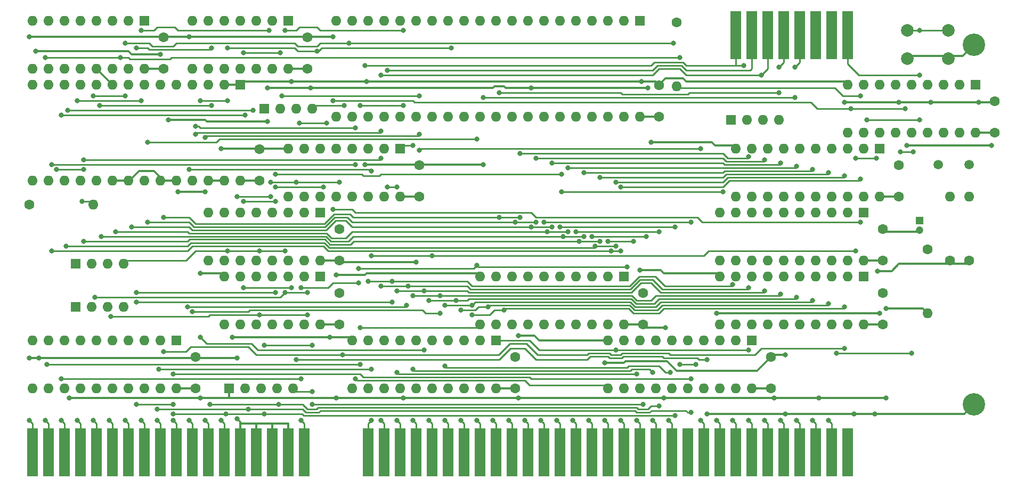
<source format=gbr>
G04 #@! TF.GenerationSoftware,KiCad,Pcbnew,(5.1.8)-1*
G04 #@! TF.CreationDate,2025-04-29T02:13:44-06:00*
G04 #@! TF.ProjectId,8086,38303836-2e6b-4696-9361-645f70636258,rev?*
G04 #@! TF.SameCoordinates,Original*
G04 #@! TF.FileFunction,Copper,L1,Top*
G04 #@! TF.FilePolarity,Positive*
%FSLAX46Y46*%
G04 Gerber Fmt 4.6, Leading zero omitted, Abs format (unit mm)*
G04 Created by KiCad (PCBNEW (5.1.8)-1) date 2025-04-29 02:13:44*
%MOMM*%
%LPD*%
G01*
G04 APERTURE LIST*
G04 #@! TA.AperFunction,ComponentPad*
%ADD10O,1.600000X1.600000*%
G04 #@! TD*
G04 #@! TA.AperFunction,ComponentPad*
%ADD11R,1.600000X1.600000*%
G04 #@! TD*
G04 #@! TA.AperFunction,ComponentPad*
%ADD12C,1.600000*%
G04 #@! TD*
G04 #@! TA.AperFunction,ConnectorPad*
%ADD13R,1.780000X7.620000*%
G04 #@! TD*
G04 #@! TA.AperFunction,ComponentPad*
%ADD14C,2.000000*%
G04 #@! TD*
G04 #@! TA.AperFunction,ComponentPad*
%ADD15C,1.200000*%
G04 #@! TD*
G04 #@! TA.AperFunction,ComponentPad*
%ADD16R,1.200000X1.200000*%
G04 #@! TD*
G04 #@! TA.AperFunction,ComponentPad*
%ADD17C,1.500000*%
G04 #@! TD*
G04 #@! TA.AperFunction,ComponentPad*
%ADD18C,3.556000*%
G04 #@! TD*
G04 #@! TA.AperFunction,ViaPad*
%ADD19C,0.800000*%
G04 #@! TD*
G04 #@! TA.AperFunction,Conductor*
%ADD20C,0.330200*%
G04 #@! TD*
G04 #@! TA.AperFunction,Conductor*
%ADD21C,0.250000*%
G04 #@! TD*
G04 APERTURE END LIST*
D10*
G04 #@! TO.P,RN5,4*
G04 #@! TO.N,/PU1*
X107434380Y-104876600D03*
G04 #@! TO.P,RN5,3*
G04 #@! TO.N,/RDY1*
X104894380Y-104876600D03*
G04 #@! TO.P,RN5,2*
G04 #@! TO.N,/READY*
X102354380Y-104876600D03*
D11*
G04 #@! TO.P,RN5,1*
G04 #@! TO.N,/5+*
X99814380Y-104876600D03*
G04 #@! TD*
D10*
G04 #@! TO.P,R6,2*
G04 #@! TO.N,/STOP_BIT*
X102608380Y-95478600D03*
D12*
G04 #@! TO.P,R6,1*
G04 #@! TO.N,/GND*
X92448380Y-95478600D03*
G04 #@! TD*
D10*
G04 #@! TO.P,R5,2*
G04 #@! TO.N,/5+*
X235196380Y-112750600D03*
D12*
G04 #@! TO.P,R5,1*
G04 #@! TO.N,/RESET*
X235196380Y-102590600D03*
G04 #@! TD*
D10*
G04 #@! TO.P,RN4,4*
G04 #@! TO.N,/HOLD*
X211574380Y-82016600D03*
G04 #@! TO.P,RN4,3*
G04 #@! TO.N,/NMI*
X209034380Y-82016600D03*
G04 #@! TO.P,RN4,2*
G04 #@! TO.N,/INTR*
X206494380Y-82016600D03*
D11*
G04 #@! TO.P,RN4,1*
G04 #@! TO.N,/GND*
X203954380Y-82016600D03*
G04 #@! TD*
D10*
G04 #@! TO.P,RN3,4*
G04 #@! TO.N,/DEN_NORMAL*
X137406380Y-80238600D03*
G04 #@! TO.P,RN3,3*
G04 #@! TO.N,/DEN_NOT_NORMAL*
X134866380Y-80238600D03*
G04 #@! TO.P,RN3,2*
G04 #@! TO.N,/DEN*
X132326380Y-80238600D03*
D11*
G04 #@! TO.P,RN3,1*
G04 #@! TO.N,/5+*
X129786380Y-80238600D03*
G04 #@! TD*
D10*
G04 #@! TO.P,RN1,4*
G04 #@! TO.N,Net-(RN1-Pad4)*
X107434380Y-111734600D03*
G04 #@! TO.P,RN1,3*
G04 #@! TO.N,/MEMCS16*
X104894380Y-111734600D03*
G04 #@! TO.P,RN1,2*
G04 #@! TO.N,/IOCS16*
X102354380Y-111734600D03*
D11*
G04 #@! TO.P,RN1,1*
G04 #@! TO.N,/5+*
X99814380Y-111734600D03*
G04 #@! TD*
D13*
G04 #@! TO.P,J9,62*
G04 #@! TO.N,/BUS_A0*
X146296380Y-134848600D03*
G04 #@! TO.P,J9,61*
G04 #@! TO.N,/A1*
X148836380Y-134848600D03*
G04 #@! TO.P,J9,60*
G04 #@! TO.N,/A2*
X151376380Y-134848600D03*
G04 #@! TO.P,J9,59*
G04 #@! TO.N,/A3*
X153916380Y-134848600D03*
G04 #@! TO.P,J9,58*
G04 #@! TO.N,/A4*
X156456380Y-134848600D03*
G04 #@! TO.P,J9,57*
G04 #@! TO.N,/A5*
X158996380Y-134848600D03*
G04 #@! TO.P,J9,56*
G04 #@! TO.N,/A6*
X161536380Y-134848600D03*
G04 #@! TO.P,J9,55*
G04 #@! TO.N,/A7*
X164076380Y-134848600D03*
G04 #@! TO.P,J9,54*
G04 #@! TO.N,/A8*
X166616380Y-134848600D03*
G04 #@! TO.P,J9,53*
G04 #@! TO.N,/A9*
X169156380Y-134848600D03*
G04 #@! TO.P,J9,52*
G04 #@! TO.N,/A10*
X171696380Y-134848600D03*
G04 #@! TO.P,J9,51*
G04 #@! TO.N,/A11*
X174236380Y-134848600D03*
G04 #@! TO.P,J9,50*
G04 #@! TO.N,/A12*
X176776380Y-134848600D03*
G04 #@! TO.P,J9,49*
G04 #@! TO.N,/A13*
X179316380Y-134848600D03*
G04 #@! TO.P,J9,48*
G04 #@! TO.N,/A14*
X181856380Y-134848600D03*
G04 #@! TO.P,J9,47*
G04 #@! TO.N,/A15*
X184396380Y-134848600D03*
G04 #@! TO.P,J9,46*
G04 #@! TO.N,/A16*
X186936380Y-134848600D03*
G04 #@! TO.P,J9,45*
G04 #@! TO.N,/A17*
X189476380Y-134848600D03*
G04 #@! TO.P,J9,44*
G04 #@! TO.N,/A18*
X192016380Y-134848600D03*
G04 #@! TO.P,J9,43*
G04 #@! TO.N,/A19*
X194556380Y-134848600D03*
G04 #@! TO.P,J9,42*
G04 #@! TO.N,/AEN*
X197096380Y-134848600D03*
G04 #@! TO.P,J9,41*
G04 #@! TO.N,/RDY1*
X199636380Y-134848600D03*
G04 #@! TO.P,J9,40*
G04 #@! TO.N,/D0*
X202176380Y-134848600D03*
G04 #@! TO.P,J9,39*
G04 #@! TO.N,/D1*
X204716380Y-134848600D03*
G04 #@! TO.P,J9,38*
G04 #@! TO.N,/D2*
X207256380Y-134848600D03*
G04 #@! TO.P,J9,37*
G04 #@! TO.N,/D3*
X209796380Y-134848600D03*
G04 #@! TO.P,J9,36*
G04 #@! TO.N,/D4*
X212336380Y-134848600D03*
G04 #@! TO.P,J9,35*
G04 #@! TO.N,/D5*
X214876380Y-134848600D03*
G04 #@! TO.P,J9,34*
G04 #@! TO.N,/D6*
X217416380Y-134848600D03*
G04 #@! TO.P,J9,33*
G04 #@! TO.N,/D7*
X219956380Y-134848600D03*
G04 #@! TO.P,J9,32*
G04 #@! TO.N,/CH_CK*
X222496380Y-134848600D03*
G04 #@! TD*
D10*
G04 #@! TO.P,RN2,5*
G04 #@! TO.N,/IORD*
X134358380Y-124688600D03*
G04 #@! TO.P,RN2,4*
G04 #@! TO.N,/IOWR*
X131818380Y-124688600D03*
G04 #@! TO.P,RN2,3*
G04 #@! TO.N,/SMRD*
X129278380Y-124688600D03*
G04 #@! TO.P,RN2,2*
G04 #@! TO.N,/SMWR*
X126738380Y-124688600D03*
D11*
G04 #@! TO.P,RN2,1*
G04 #@! TO.N,/5+*
X124198380Y-124688600D03*
G04 #@! TD*
D12*
G04 #@! TO.P,C12,2*
G04 #@! TO.N,/5+*
X136644380Y-73888600D03*
G04 #@! TO.P,C12,1*
G04 #@! TO.N,/GND*
X136644380Y-68888600D03*
G04 #@! TD*
G04 #@! TO.P,C16,2*
G04 #@! TO.N,/5+*
X154424380Y-94208600D03*
G04 #@! TO.P,C16,1*
G04 #@! TO.N,/GND*
X154424380Y-89208600D03*
G04 #@! TD*
D10*
G04 #@! TO.P,R4,2*
G04 #@! TO.N,/X1*
X241800380Y-94208600D03*
D12*
G04 #@! TO.P,R4,1*
G04 #@! TO.N,/GND*
X241800380Y-104368600D03*
G04 #@! TD*
D10*
G04 #@! TO.P,R3,2*
G04 #@! TO.N,/X2*
X238752380Y-94208600D03*
D12*
G04 #@! TO.P,R3,1*
G04 #@! TO.N,/GND*
X238752380Y-104368600D03*
G04 #@! TD*
G04 #@! TO.P,C18,2*
G04 #@! TO.N,/5+*
X129024380Y-91668600D03*
G04 #@! TO.P,C18,1*
G04 #@! TO.N,/GND*
X129024380Y-86668600D03*
G04 #@! TD*
D14*
G04 #@! TO.P,SW1,1*
G04 #@! TO.N,/RESET*
X238498380Y-67792600D03*
G04 #@! TO.P,SW1,2*
G04 #@! TO.N,/GND*
X238498380Y-72292600D03*
G04 #@! TO.P,SW1,1*
G04 #@! TO.N,/RESET*
X231998380Y-67792600D03*
G04 #@! TO.P,SW1,2*
G04 #@! TO.N,/GND*
X231998380Y-72292600D03*
G04 #@! TD*
D15*
G04 #@! TO.P,C25,2*
G04 #@! TO.N,/GND*
X233926380Y-99542600D03*
D16*
G04 #@! TO.P,C25,1*
G04 #@! TO.N,/RESET*
X233926380Y-98042600D03*
G04 #@! TD*
D12*
G04 #@! TO.P,C7,2*
G04 #@! TO.N,/5+*
X113784380Y-73888600D03*
G04 #@! TO.P,C7,1*
G04 #@! TO.N,/GND*
X113784380Y-68888600D03*
G04 #@! TD*
D17*
G04 #@! TO.P,Y1,2*
G04 #@! TO.N,/X1*
X241800380Y-89128600D03*
G04 #@! TO.P,Y1,1*
G04 #@! TO.N,/X2*
X236900380Y-89128600D03*
G04 #@! TD*
D10*
G04 #@! TO.P,R2,2*
G04 #@! TO.N,/CLK1*
X195318380Y-76682600D03*
D12*
G04 #@! TO.P,R2,1*
G04 #@! TO.N,/CLK_86*
X195318380Y-66522600D03*
G04 #@! TD*
G04 #@! TO.P,C14,2*
G04 #@! TO.N,/5+*
X189984380Y-114528600D03*
G04 #@! TO.P,C14,1*
G04 #@! TO.N,/GND*
X189984380Y-109528600D03*
G04 #@! TD*
G04 #@! TO.P,C13,2*
G04 #@! TO.N,/5+*
X141724380Y-114528600D03*
G04 #@! TO.P,C13,1*
G04 #@! TO.N,/GND*
X141724380Y-109528600D03*
G04 #@! TD*
G04 #@! TO.P,C11,2*
G04 #@! TO.N,/5+*
X118864380Y-124688600D03*
G04 #@! TO.P,C11,1*
G04 #@! TO.N,/GND*
X118864380Y-119688600D03*
G04 #@! TD*
G04 #@! TO.P,C9,2*
G04 #@! TO.N,/5+*
X230624380Y-94208600D03*
G04 #@! TO.P,C9,1*
G04 #@! TO.N,/GND*
X230624380Y-89208600D03*
G04 #@! TD*
G04 #@! TO.P,C8,2*
G04 #@! TO.N,/5+*
X141724380Y-104368600D03*
G04 #@! TO.P,C8,1*
G04 #@! TO.N,/GND*
X141724380Y-99368600D03*
G04 #@! TD*
G04 #@! TO.P,C6,2*
G04 #@! TO.N,/5+*
X228084380Y-104368600D03*
G04 #@! TO.P,C6,1*
G04 #@! TO.N,/GND*
X228084380Y-99368600D03*
G04 #@! TD*
G04 #@! TO.P,C5,2*
G04 #@! TO.N,/5+*
X192524380Y-81508600D03*
G04 #@! TO.P,C5,1*
G04 #@! TO.N,/GND*
X192524380Y-76508600D03*
G04 #@! TD*
G04 #@! TO.P,C4,2*
G04 #@! TO.N,/5+*
X228084380Y-114528600D03*
G04 #@! TO.P,C4,1*
G04 #@! TO.N,/GND*
X228084380Y-109528600D03*
G04 #@! TD*
G04 #@! TO.P,C3,2*
G04 #@! TO.N,/5+*
X210304380Y-124688600D03*
G04 #@! TO.P,C3,1*
G04 #@! TO.N,/GND*
X210304380Y-119688600D03*
G04 #@! TD*
G04 #@! TO.P,C2,2*
G04 #@! TO.N,/5+*
X169664380Y-124688600D03*
G04 #@! TO.P,C2,1*
G04 #@! TO.N,/GND*
X169664380Y-119688600D03*
G04 #@! TD*
G04 #@! TO.P,C1,2*
G04 #@! TO.N,/5+*
X245864380Y-84048600D03*
G04 #@! TO.P,C1,1*
G04 #@! TO.N,/GND*
X245864380Y-79048600D03*
G04 #@! TD*
D10*
G04 #@! TO.P,U2,20*
G04 #@! TO.N,/5+*
X166616380Y-124688600D03*
G04 #@! TO.P,U2,10*
G04 #@! TO.N,/GND*
X143756380Y-117068600D03*
G04 #@! TO.P,U2,19*
G04 #@! TO.N,/A7*
X164076380Y-124688600D03*
G04 #@! TO.P,U2,9*
G04 #@! TO.N,/AD0*
X146296380Y-117068600D03*
G04 #@! TO.P,U2,18*
G04 #@! TO.N,/A6*
X161536380Y-124688600D03*
G04 #@! TO.P,U2,8*
G04 #@! TO.N,/AD1*
X148836380Y-117068600D03*
G04 #@! TO.P,U2,17*
G04 #@! TO.N,/A5*
X158996380Y-124688600D03*
G04 #@! TO.P,U2,7*
G04 #@! TO.N,/AD2*
X151376380Y-117068600D03*
G04 #@! TO.P,U2,16*
G04 #@! TO.N,/A4*
X156456380Y-124688600D03*
G04 #@! TO.P,U2,6*
G04 #@! TO.N,/AD3*
X153916380Y-117068600D03*
G04 #@! TO.P,U2,15*
G04 #@! TO.N,/A3*
X153916380Y-124688600D03*
G04 #@! TO.P,U2,5*
G04 #@! TO.N,/AD4*
X156456380Y-117068600D03*
G04 #@! TO.P,U2,14*
G04 #@! TO.N,/A2*
X151376380Y-124688600D03*
G04 #@! TO.P,U2,4*
G04 #@! TO.N,/AD5*
X158996380Y-117068600D03*
G04 #@! TO.P,U2,13*
G04 #@! TO.N,/A1*
X148836380Y-124688600D03*
G04 #@! TO.P,U2,3*
G04 #@! TO.N,/AD6*
X161536380Y-117068600D03*
G04 #@! TO.P,U2,12*
G04 #@! TO.N,/A0*
X146296380Y-124688600D03*
G04 #@! TO.P,U2,2*
G04 #@! TO.N,/AD7*
X164076380Y-117068600D03*
G04 #@! TO.P,U2,11*
G04 #@! TO.N,/ALE*
X143756380Y-124688600D03*
D11*
G04 #@! TO.P,U2,1*
G04 #@! TO.N,/HOLDA*
X166616380Y-117068600D03*
G04 #@! TD*
D10*
G04 #@! TO.P,U18,28*
G04 #@! TO.N,/5+*
X125976380Y-91668600D03*
G04 #@! TO.P,U18,14*
G04 #@! TO.N,/GND*
X92956380Y-76428600D03*
G04 #@! TO.P,U18,27*
X123436380Y-91668600D03*
G04 #@! TO.P,U18,13*
G04 #@! TO.N,/RDWR*
X95496380Y-76428600D03*
G04 #@! TO.P,U18,26*
G04 #@! TO.N,/GND*
X120896380Y-91668600D03*
G04 #@! TO.P,U18,12*
G04 #@! TO.N,/DATA_LATCH*
X98036380Y-76428600D03*
G04 #@! TO.P,U18,25*
G04 #@! TO.N,/INTA*
X118356380Y-91668600D03*
G04 #@! TO.P,U18,11*
G04 #@! TO.N,/DATA_E*
X100576380Y-76428600D03*
G04 #@! TO.P,U18,24*
G04 #@! TO.N,/GND*
X115816380Y-91668600D03*
G04 #@! TO.P,U18,10*
G04 #@! TO.N,/C0*
X103116380Y-76428600D03*
G04 #@! TO.P,U18,23*
G04 #@! TO.N,/GND*
X113276380Y-91668600D03*
G04 #@! TO.P,U18,9*
G04 #@! TO.N,/C1*
X105656380Y-76428600D03*
G04 #@! TO.P,U18,22*
G04 #@! TO.N,/HOLDA*
X110736380Y-91668600D03*
G04 #@! TO.P,U18,8*
G04 #@! TO.N,/C2*
X108196380Y-76428600D03*
G04 #@! TO.P,U18,21*
G04 #@! TO.N,/GND*
X108196380Y-91668600D03*
G04 #@! TO.P,U18,7*
G04 #@! TO.N,/C3*
X110736380Y-76428600D03*
G04 #@! TO.P,U18,20*
G04 #@! TO.N,/GND*
X105656380Y-91668600D03*
G04 #@! TO.P,U18,6*
G04 #@! TO.N,/A0*
X113276380Y-76428600D03*
G04 #@! TO.P,U18,19*
G04 #@! TO.N,/READY*
X103116380Y-91668600D03*
G04 #@! TO.P,U18,5*
G04 #@! TO.N,/BHE*
X115816380Y-76428600D03*
G04 #@! TO.P,U18,18*
G04 #@! TO.N,/STOP_BIT*
X100576380Y-91668600D03*
G04 #@! TO.P,U18,4*
G04 #@! TO.N,/DTR*
X118356380Y-76428600D03*
G04 #@! TO.P,U18,17*
G04 #@! TO.N,/BUS_ALE*
X98036380Y-91668600D03*
G04 #@! TO.P,U18,3*
G04 #@! TO.N,/CS16_LATCHED*
X120896380Y-76428600D03*
G04 #@! TO.P,U18,16*
G04 #@! TO.N,/BUS_BHE*
X95496380Y-91668600D03*
G04 #@! TO.P,U18,2*
G04 #@! TO.N,/GND*
X123436380Y-76428600D03*
G04 #@! TO.P,U18,15*
G04 #@! TO.N,/BUS_A0*
X92956380Y-91668600D03*
D11*
G04 #@! TO.P,U18,1*
G04 #@! TO.N,/GND*
X125976380Y-76428600D03*
G04 #@! TD*
D10*
G04 #@! TO.P,U7,16*
G04 #@! TO.N,/5+*
X110736380Y-73888600D03*
G04 #@! TO.P,U7,8*
G04 #@! TO.N,/GND*
X92956380Y-66268600D03*
G04 #@! TO.P,U7,15*
G04 #@! TO.N,Net-(U7-Pad15)*
X108196380Y-73888600D03*
G04 #@! TO.P,U7,7*
G04 #@! TO.N,/RDY1*
X95496380Y-66268600D03*
G04 #@! TO.P,U7,14*
G04 #@! TO.N,/C0*
X105656380Y-73888600D03*
G04 #@! TO.P,U7,6*
G04 #@! TO.N,Net-(U7-Pad6)*
X98036380Y-66268600D03*
G04 #@! TO.P,U7,13*
G04 #@! TO.N,/C1*
X103116380Y-73888600D03*
G04 #@! TO.P,U7,5*
G04 #@! TO.N,Net-(U7-Pad5)*
X100576380Y-66268600D03*
G04 #@! TO.P,U7,12*
G04 #@! TO.N,/C2*
X100576380Y-73888600D03*
G04 #@! TO.P,U7,4*
G04 #@! TO.N,Net-(U7-Pad4)*
X103116380Y-66268600D03*
G04 #@! TO.P,U7,11*
G04 #@! TO.N,/C3*
X98036380Y-73888600D03*
G04 #@! TO.P,U7,3*
G04 #@! TO.N,Net-(U7-Pad3)*
X105656380Y-66268600D03*
G04 #@! TO.P,U7,10*
G04 #@! TO.N,/STOP_BIT*
X95496380Y-73888600D03*
G04 #@! TO.P,U7,2*
G04 #@! TO.N,/CLK_86*
X108196380Y-66268600D03*
G04 #@! TO.P,U7,9*
G04 #@! TO.N,/5+*
X92956380Y-73888600D03*
D11*
G04 #@! TO.P,U7,1*
G04 #@! TO.N,/ALE_*
X110736380Y-66268600D03*
G04 #@! TD*
D10*
G04 #@! TO.P,U6,20*
G04 #@! TO.N,/5+*
X225036380Y-104368600D03*
G04 #@! TO.P,U6,10*
G04 #@! TO.N,/GND*
X202176380Y-96748600D03*
G04 #@! TO.P,U6,19*
G04 #@! TO.N,/AD7*
X222496380Y-104368600D03*
G04 #@! TO.P,U6,9*
G04 #@! TO.N,/D0*
X204716380Y-96748600D03*
G04 #@! TO.P,U6,18*
G04 #@! TO.N,/AD6*
X219956380Y-104368600D03*
G04 #@! TO.P,U6,8*
G04 #@! TO.N,/D1*
X207256380Y-96748600D03*
G04 #@! TO.P,U6,17*
G04 #@! TO.N,/AD5*
X217416380Y-104368600D03*
G04 #@! TO.P,U6,7*
G04 #@! TO.N,/D2*
X209796380Y-96748600D03*
G04 #@! TO.P,U6,16*
G04 #@! TO.N,/AD4*
X214876380Y-104368600D03*
G04 #@! TO.P,U6,6*
G04 #@! TO.N,/D3*
X212336380Y-96748600D03*
G04 #@! TO.P,U6,15*
G04 #@! TO.N,/AD3*
X212336380Y-104368600D03*
G04 #@! TO.P,U6,5*
G04 #@! TO.N,/D4*
X214876380Y-96748600D03*
G04 #@! TO.P,U6,14*
G04 #@! TO.N,/AD2*
X209796380Y-104368600D03*
G04 #@! TO.P,U6,4*
G04 #@! TO.N,/D5*
X217416380Y-96748600D03*
G04 #@! TO.P,U6,13*
G04 #@! TO.N,/AD1*
X207256380Y-104368600D03*
G04 #@! TO.P,U6,3*
G04 #@! TO.N,/D6*
X219956380Y-96748600D03*
G04 #@! TO.P,U6,12*
G04 #@! TO.N,/AD0*
X204716380Y-104368600D03*
G04 #@! TO.P,U6,2*
G04 #@! TO.N,/D7*
X222496380Y-96748600D03*
G04 #@! TO.P,U6,11*
G04 #@! TO.N,/DATA_LATCH_*
X202176380Y-104368600D03*
D11*
G04 #@! TO.P,U6,1*
G04 #@! TO.N,/DEN_NOT_NORMAL*
X225036380Y-96748600D03*
G04 #@! TD*
D10*
G04 #@! TO.P,U17,14*
G04 #@! TO.N,/5+*
X133596380Y-73888600D03*
G04 #@! TO.P,U17,7*
G04 #@! TO.N,/GND*
X118356380Y-66268600D03*
G04 #@! TO.P,U17,13*
G04 #@! TO.N,N/C*
X131056380Y-73888600D03*
G04 #@! TO.P,U17,6*
G04 #@! TO.N,/IO_M_*
X120896380Y-66268600D03*
G04 #@! TO.P,U17,12*
G04 #@! TO.N,N/C*
X128516380Y-73888600D03*
G04 #@! TO.P,U17,5*
G04 #@! TO.N,/IO_M*
X123436380Y-66268600D03*
G04 #@! TO.P,U17,11*
G04 #@! TO.N,/BUS_ALE*
X125976380Y-73888600D03*
G04 #@! TO.P,U17,4*
G04 #@! TO.N,/DATA_LATCH_*
X125976380Y-66268600D03*
G04 #@! TO.P,U17,10*
G04 #@! TO.N,/BUS_ALE_*
X123436380Y-73888600D03*
G04 #@! TO.P,U17,3*
G04 #@! TO.N,/DATA_LATCH*
X128516380Y-66268600D03*
G04 #@! TO.P,U17,9*
G04 #@! TO.N,/READY*
X120896380Y-73888600D03*
G04 #@! TO.P,U17,2*
G04 #@! TO.N,/ALE_*
X131056380Y-66268600D03*
G04 #@! TO.P,U17,8*
G04 #@! TO.N,/READY_*
X118356380Y-73888600D03*
D11*
G04 #@! TO.P,U17,1*
G04 #@! TO.N,/ALE*
X133596380Y-66268600D03*
G04 #@! TD*
D10*
G04 #@! TO.P,U16,16*
G04 #@! TO.N,/5+*
X151376380Y-94208600D03*
G04 #@! TO.P,U16,8*
G04 #@! TO.N,/GND*
X133596380Y-86588600D03*
G04 #@! TO.P,U16,15*
G04 #@! TO.N,/DEN*
X148836380Y-94208600D03*
G04 #@! TO.P,U16,7*
G04 #@! TO.N,Net-(U16-Pad7)*
X136136380Y-86588600D03*
G04 #@! TO.P,U16,14*
G04 #@! TO.N,/DTR*
X146296380Y-94208600D03*
G04 #@! TO.P,U16,6*
G04 #@! TO.N,Net-(U16-Pad6)*
X138676380Y-86588600D03*
G04 #@! TO.P,U16,13*
G04 #@! TO.N,/RDWR*
X143756380Y-94208600D03*
G04 #@! TO.P,U16,5*
G04 #@! TO.N,/DEN_NOT_NORMAL*
X141216380Y-86588600D03*
G04 #@! TO.P,U16,12*
G04 #@! TO.N,/RD*
X141216380Y-94208600D03*
G04 #@! TO.P,U16,4*
G04 #@! TO.N,/DEN_NORMAL*
X143756380Y-86588600D03*
G04 #@! TO.P,U16,11*
G04 #@! TO.N,/WR*
X138676380Y-94208600D03*
G04 #@! TO.P,U16,3*
G04 #@! TO.N,/GND*
X146296380Y-86588600D03*
G04 #@! TO.P,U16,10*
G04 #@! TO.N,Net-(U16-Pad10)*
X136136380Y-94208600D03*
G04 #@! TO.P,U16,2*
G04 #@! TO.N,/DATA_E*
X148836380Y-86588600D03*
G04 #@! TO.P,U16,9*
G04 #@! TO.N,Net-(U16-Pad9)*
X133596380Y-94208600D03*
D11*
G04 #@! TO.P,U16,1*
G04 #@! TO.N,/DEN*
X151376380Y-86588600D03*
G04 #@! TD*
D10*
G04 #@! TO.P,U14,20*
G04 #@! TO.N,/5+*
X186936380Y-114528600D03*
G04 #@! TO.P,U14,10*
G04 #@! TO.N,/GND*
X164076380Y-106908600D03*
G04 #@! TO.P,U14,19*
G04 #@! TO.N,/A15*
X184396380Y-114528600D03*
G04 #@! TO.P,U14,9*
G04 #@! TO.N,/AD8*
X166616380Y-106908600D03*
G04 #@! TO.P,U14,18*
G04 #@! TO.N,/A14*
X181856380Y-114528600D03*
G04 #@! TO.P,U14,8*
G04 #@! TO.N,/AD9*
X169156380Y-106908600D03*
G04 #@! TO.P,U14,17*
G04 #@! TO.N,/A13*
X179316380Y-114528600D03*
G04 #@! TO.P,U14,7*
G04 #@! TO.N,/AD10*
X171696380Y-106908600D03*
G04 #@! TO.P,U14,16*
G04 #@! TO.N,/A12*
X176776380Y-114528600D03*
G04 #@! TO.P,U14,6*
G04 #@! TO.N,/AD11*
X174236380Y-106908600D03*
G04 #@! TO.P,U14,15*
G04 #@! TO.N,/A11*
X174236380Y-114528600D03*
G04 #@! TO.P,U14,5*
G04 #@! TO.N,/AD12*
X176776380Y-106908600D03*
G04 #@! TO.P,U14,14*
G04 #@! TO.N,/A10*
X171696380Y-114528600D03*
G04 #@! TO.P,U14,4*
G04 #@! TO.N,/AD13*
X179316380Y-106908600D03*
G04 #@! TO.P,U14,13*
G04 #@! TO.N,/A9*
X169156380Y-114528600D03*
G04 #@! TO.P,U14,3*
G04 #@! TO.N,/AD14*
X181856380Y-106908600D03*
G04 #@! TO.P,U14,12*
G04 #@! TO.N,/A8*
X166616380Y-114528600D03*
G04 #@! TO.P,U14,2*
G04 #@! TO.N,/AD15*
X184396380Y-106908600D03*
G04 #@! TO.P,U14,11*
G04 #@! TO.N,/ALE*
X164076380Y-114528600D03*
D11*
G04 #@! TO.P,U14,1*
G04 #@! TO.N,/HOLDA*
X186936380Y-106908600D03*
G04 #@! TD*
D10*
G04 #@! TO.P,U13,14*
G04 #@! TO.N,/5+*
X138676380Y-114528600D03*
G04 #@! TO.P,U13,7*
G04 #@! TO.N,/GND*
X123436380Y-106908600D03*
G04 #@! TO.P,U13,13*
G04 #@! TO.N,N/C*
X136136380Y-114528600D03*
G04 #@! TO.P,U13,6*
G04 #@! TO.N,/CS16*
X125976380Y-106908600D03*
G04 #@! TO.P,U13,12*
G04 #@! TO.N,N/C*
X133596380Y-114528600D03*
G04 #@! TO.P,U13,5*
G04 #@! TO.N,/MEMCS16*
X128516380Y-106908600D03*
G04 #@! TO.P,U13,11*
G04 #@! TO.N,N/C*
X131056380Y-114528600D03*
G04 #@! TO.P,U13,4*
G04 #@! TO.N,/IO_M_*
X131056380Y-106908600D03*
G04 #@! TO.P,U13,10*
G04 #@! TO.N,N/C*
X128516380Y-114528600D03*
G04 #@! TO.P,U13,3*
G04 #@! TO.N,/CS16*
X133596380Y-106908600D03*
G04 #@! TO.P,U13,9*
G04 #@! TO.N,N/C*
X125976380Y-114528600D03*
G04 #@! TO.P,U13,2*
G04 #@! TO.N,/IOCS16*
X136136380Y-106908600D03*
G04 #@! TO.P,U13,8*
G04 #@! TO.N,N/C*
X123436380Y-114528600D03*
D11*
G04 #@! TO.P,U13,1*
G04 #@! TO.N,/IO_M*
X138676380Y-106908600D03*
G04 #@! TD*
D10*
G04 #@! TO.P,U11,20*
G04 #@! TO.N,/5+*
X115816380Y-124688600D03*
G04 #@! TO.P,U11,10*
G04 #@! TO.N,/GND*
X92956380Y-117068600D03*
G04 #@! TO.P,U11,19*
G04 #@! TO.N,/DEN_NORMAL*
X113276380Y-124688600D03*
G04 #@! TO.P,U11,9*
G04 #@! TO.N,/AD15*
X95496380Y-117068600D03*
G04 #@! TO.P,U11,18*
G04 #@! TO.N,/D8*
X110736380Y-124688600D03*
G04 #@! TO.P,U11,8*
G04 #@! TO.N,/AD14*
X98036380Y-117068600D03*
G04 #@! TO.P,U11,17*
G04 #@! TO.N,/D9*
X108196380Y-124688600D03*
G04 #@! TO.P,U11,7*
G04 #@! TO.N,/AD13*
X100576380Y-117068600D03*
G04 #@! TO.P,U11,16*
G04 #@! TO.N,/D10*
X105656380Y-124688600D03*
G04 #@! TO.P,U11,6*
G04 #@! TO.N,/AD12*
X103116380Y-117068600D03*
G04 #@! TO.P,U11,15*
G04 #@! TO.N,/D11*
X103116380Y-124688600D03*
G04 #@! TO.P,U11,5*
G04 #@! TO.N,/AD11*
X105656380Y-117068600D03*
G04 #@! TO.P,U11,14*
G04 #@! TO.N,/D12*
X100576380Y-124688600D03*
G04 #@! TO.P,U11,4*
G04 #@! TO.N,/AD10*
X108196380Y-117068600D03*
G04 #@! TO.P,U11,13*
G04 #@! TO.N,/D13*
X98036380Y-124688600D03*
G04 #@! TO.P,U11,3*
G04 #@! TO.N,/AD9*
X110736380Y-117068600D03*
G04 #@! TO.P,U11,12*
G04 #@! TO.N,/D14*
X95496380Y-124688600D03*
G04 #@! TO.P,U11,2*
G04 #@! TO.N,/AD8*
X113276380Y-117068600D03*
G04 #@! TO.P,U11,11*
G04 #@! TO.N,/D15*
X92956380Y-124688600D03*
D11*
G04 #@! TO.P,U11,1*
G04 #@! TO.N,/DTR*
X115816380Y-117068600D03*
G04 #@! TD*
D10*
G04 #@! TO.P,U9,20*
G04 #@! TO.N,/5+*
X227576380Y-94208600D03*
G04 #@! TO.P,U9,10*
G04 #@! TO.N,/GND*
X204716380Y-86588600D03*
G04 #@! TO.P,U9,19*
G04 #@! TO.N,/DEN_NOT_NORMAL*
X225036380Y-94208600D03*
G04 #@! TO.P,U9,9*
G04 #@! TO.N,/AD8*
X207256380Y-86588600D03*
G04 #@! TO.P,U9,18*
G04 #@! TO.N,/D7*
X222496380Y-94208600D03*
G04 #@! TO.P,U9,8*
G04 #@! TO.N,/AD9*
X209796380Y-86588600D03*
G04 #@! TO.P,U9,17*
G04 #@! TO.N,/D6*
X219956380Y-94208600D03*
G04 #@! TO.P,U9,7*
G04 #@! TO.N,/AD10*
X212336380Y-86588600D03*
G04 #@! TO.P,U9,16*
G04 #@! TO.N,/D5*
X217416380Y-94208600D03*
G04 #@! TO.P,U9,6*
G04 #@! TO.N,/AD11*
X214876380Y-86588600D03*
G04 #@! TO.P,U9,15*
G04 #@! TO.N,/D4*
X214876380Y-94208600D03*
G04 #@! TO.P,U9,5*
G04 #@! TO.N,/AD12*
X217416380Y-86588600D03*
G04 #@! TO.P,U9,14*
G04 #@! TO.N,/D3*
X212336380Y-94208600D03*
G04 #@! TO.P,U9,4*
G04 #@! TO.N,/AD13*
X219956380Y-86588600D03*
G04 #@! TO.P,U9,13*
G04 #@! TO.N,/D2*
X209796380Y-94208600D03*
G04 #@! TO.P,U9,3*
G04 #@! TO.N,/AD14*
X222496380Y-86588600D03*
G04 #@! TO.P,U9,12*
G04 #@! TO.N,/D1*
X207256380Y-94208600D03*
G04 #@! TO.P,U9,2*
G04 #@! TO.N,/AD15*
X225036380Y-86588600D03*
G04 #@! TO.P,U9,11*
G04 #@! TO.N,/D0*
X204716380Y-94208600D03*
D11*
G04 #@! TO.P,U9,1*
G04 #@! TO.N,/DTR*
X227576380Y-86588600D03*
G04 #@! TD*
D10*
G04 #@! TO.P,U8,16*
G04 #@! TO.N,/5+*
X138676380Y-104368600D03*
G04 #@! TO.P,U8,8*
G04 #@! TO.N,/GND*
X120896380Y-96748600D03*
G04 #@! TO.P,U8,15*
G04 #@! TO.N,/HOLDA*
X136136380Y-104368600D03*
G04 #@! TO.P,U8,7*
G04 #@! TO.N,/SMRD*
X123436380Y-96748600D03*
G04 #@! TO.P,U8,14*
G04 #@! TO.N,/PU1*
X133596380Y-104368600D03*
G04 #@! TO.P,U8,6*
G04 #@! TO.N,/RD*
X125976380Y-96748600D03*
G04 #@! TO.P,U8,13*
G04 #@! TO.N,/WR*
X131056380Y-104368600D03*
G04 #@! TO.P,U8,5*
G04 #@! TO.N,/PU1*
X128516380Y-96748600D03*
G04 #@! TO.P,U8,12*
G04 #@! TO.N,/SMWR*
X128516380Y-104368600D03*
G04 #@! TO.P,U8,4*
G04 #@! TO.N,/IORD*
X131056380Y-96748600D03*
G04 #@! TO.P,U8,11*
G04 #@! TO.N,/WR*
X125976380Y-104368600D03*
G04 #@! TO.P,U8,3*
G04 #@! TO.N,/PU1*
X133596380Y-96748600D03*
G04 #@! TO.P,U8,10*
X123436380Y-104368600D03*
G04 #@! TO.P,U8,2*
G04 #@! TO.N,/RD*
X136136380Y-96748600D03*
G04 #@! TO.P,U8,9*
G04 #@! TO.N,/IOWR*
X120896380Y-104368600D03*
D11*
G04 #@! TO.P,U8,1*
G04 #@! TO.N,/IO_M*
X138676380Y-96748600D03*
G04 #@! TD*
D10*
G04 #@! TO.P,U5,40*
G04 #@! TO.N,/5+*
X189476380Y-81508600D03*
G04 #@! TO.P,U5,20*
G04 #@! TO.N,/GND*
X141216380Y-66268600D03*
G04 #@! TO.P,U5,39*
G04 #@! TO.N,/AD15*
X186936380Y-81508600D03*
G04 #@! TO.P,U5,19*
G04 #@! TO.N,/CLK_86*
X143756380Y-66268600D03*
G04 #@! TO.P,U5,38*
G04 #@! TO.N,/A16_*
X184396380Y-81508600D03*
G04 #@! TO.P,U5,18*
G04 #@! TO.N,/INTR*
X146296380Y-66268600D03*
G04 #@! TO.P,U5,37*
G04 #@! TO.N,/A17_*
X181856380Y-81508600D03*
G04 #@! TO.P,U5,17*
G04 #@! TO.N,/NMI*
X148836380Y-66268600D03*
G04 #@! TO.P,U5,36*
G04 #@! TO.N,/A18_*
X179316380Y-81508600D03*
G04 #@! TO.P,U5,16*
G04 #@! TO.N,/AD0*
X151376380Y-66268600D03*
G04 #@! TO.P,U5,35*
G04 #@! TO.N,/A19_*
X176776380Y-81508600D03*
G04 #@! TO.P,U5,15*
G04 #@! TO.N,/AD1*
X153916380Y-66268600D03*
G04 #@! TO.P,U5,34*
G04 #@! TO.N,/BHE_*
X174236380Y-81508600D03*
G04 #@! TO.P,U5,14*
G04 #@! TO.N,/AD2*
X156456380Y-66268600D03*
G04 #@! TO.P,U5,33*
G04 #@! TO.N,/5+*
X171696380Y-81508600D03*
G04 #@! TO.P,U5,13*
G04 #@! TO.N,/AD3*
X158996380Y-66268600D03*
G04 #@! TO.P,U5,32*
G04 #@! TO.N,Net-(U5-Pad32)*
X169156380Y-81508600D03*
G04 #@! TO.P,U5,12*
G04 #@! TO.N,/AD4*
X161536380Y-66268600D03*
G04 #@! TO.P,U5,31*
G04 #@! TO.N,/HOLD*
X166616380Y-81508600D03*
G04 #@! TO.P,U5,11*
G04 #@! TO.N,/AD5*
X164076380Y-66268600D03*
G04 #@! TO.P,U5,30*
G04 #@! TO.N,/HOLDA*
X164076380Y-81508600D03*
G04 #@! TO.P,U5,10*
G04 #@! TO.N,/AD6*
X166616380Y-66268600D03*
G04 #@! TO.P,U5,29*
G04 #@! TO.N,Net-(U5-Pad29)*
X161536380Y-81508600D03*
G04 #@! TO.P,U5,9*
G04 #@! TO.N,/AD7*
X169156380Y-66268600D03*
G04 #@! TO.P,U5,28*
G04 #@! TO.N,/IO_M*
X158996380Y-81508600D03*
G04 #@! TO.P,U5,8*
G04 #@! TO.N,/AD8*
X171696380Y-66268600D03*
G04 #@! TO.P,U5,27*
G04 #@! TO.N,/DTR*
X156456380Y-81508600D03*
G04 #@! TO.P,U5,7*
G04 #@! TO.N,/AD9*
X174236380Y-66268600D03*
G04 #@! TO.P,U5,26*
G04 #@! TO.N,/DEN*
X153916380Y-81508600D03*
G04 #@! TO.P,U5,6*
G04 #@! TO.N,/AD10*
X176776380Y-66268600D03*
G04 #@! TO.P,U5,25*
G04 #@! TO.N,/ALE*
X151376380Y-81508600D03*
G04 #@! TO.P,U5,5*
G04 #@! TO.N,/AD11*
X179316380Y-66268600D03*
G04 #@! TO.P,U5,24*
G04 #@! TO.N,/INTA*
X148836380Y-81508600D03*
G04 #@! TO.P,U5,4*
G04 #@! TO.N,/AD12*
X181856380Y-66268600D03*
G04 #@! TO.P,U5,23*
G04 #@! TO.N,/GND*
X146296380Y-81508600D03*
G04 #@! TO.P,U5,3*
G04 #@! TO.N,/AD13*
X184396380Y-66268600D03*
G04 #@! TO.P,U5,22*
G04 #@! TO.N,/READY_*
X143756380Y-81508600D03*
G04 #@! TO.P,U5,2*
G04 #@! TO.N,/AD14*
X186936380Y-66268600D03*
G04 #@! TO.P,U5,21*
G04 #@! TO.N,/RESET1*
X141216380Y-81508600D03*
D11*
G04 #@! TO.P,U5,1*
G04 #@! TO.N,/GND*
X189476380Y-66268600D03*
G04 #@! TD*
D10*
G04 #@! TO.P,U4,20*
G04 #@! TO.N,/5+*
X225036380Y-114528600D03*
G04 #@! TO.P,U4,10*
G04 #@! TO.N,/GND*
X202176380Y-106908600D03*
G04 #@! TO.P,U4,19*
G04 #@! TO.N,/DEN_NORMAL*
X222496380Y-114528600D03*
G04 #@! TO.P,U4,9*
G04 #@! TO.N,/AD0*
X204716380Y-106908600D03*
G04 #@! TO.P,U4,18*
G04 #@! TO.N,/D7*
X219956380Y-114528600D03*
G04 #@! TO.P,U4,8*
G04 #@! TO.N,/AD1*
X207256380Y-106908600D03*
G04 #@! TO.P,U4,17*
G04 #@! TO.N,/D6*
X217416380Y-114528600D03*
G04 #@! TO.P,U4,7*
G04 #@! TO.N,/AD2*
X209796380Y-106908600D03*
G04 #@! TO.P,U4,16*
G04 #@! TO.N,/D5*
X214876380Y-114528600D03*
G04 #@! TO.P,U4,6*
G04 #@! TO.N,/AD3*
X212336380Y-106908600D03*
G04 #@! TO.P,U4,15*
G04 #@! TO.N,/D4*
X212336380Y-114528600D03*
G04 #@! TO.P,U4,5*
G04 #@! TO.N,/AD4*
X214876380Y-106908600D03*
G04 #@! TO.P,U4,14*
G04 #@! TO.N,/D3*
X209796380Y-114528600D03*
G04 #@! TO.P,U4,4*
G04 #@! TO.N,/AD5*
X217416380Y-106908600D03*
G04 #@! TO.P,U4,13*
G04 #@! TO.N,/D2*
X207256380Y-114528600D03*
G04 #@! TO.P,U4,3*
G04 #@! TO.N,/AD6*
X219956380Y-106908600D03*
G04 #@! TO.P,U4,12*
G04 #@! TO.N,/D1*
X204716380Y-114528600D03*
G04 #@! TO.P,U4,2*
G04 #@! TO.N,/AD7*
X222496380Y-106908600D03*
G04 #@! TO.P,U4,11*
G04 #@! TO.N,/D0*
X202176380Y-114528600D03*
D11*
G04 #@! TO.P,U4,1*
G04 #@! TO.N,/DTR*
X225036380Y-106908600D03*
G04 #@! TD*
D10*
G04 #@! TO.P,U3,20*
G04 #@! TO.N,/5+*
X207256380Y-124688600D03*
G04 #@! TO.P,U3,10*
G04 #@! TO.N,/GND*
X184396380Y-117068600D03*
G04 #@! TO.P,U3,19*
G04 #@! TO.N,Net-(U3-Pad19)*
X204716380Y-124688600D03*
G04 #@! TO.P,U3,9*
G04 #@! TO.N,/A16_*
X186936380Y-117068600D03*
G04 #@! TO.P,U3,18*
G04 #@! TO.N,Net-(U3-Pad18)*
X202176380Y-124688600D03*
G04 #@! TO.P,U3,8*
G04 #@! TO.N,/A17_*
X189476380Y-117068600D03*
G04 #@! TO.P,U3,17*
G04 #@! TO.N,/CS16_LATCHED*
X199636380Y-124688600D03*
G04 #@! TO.P,U3,7*
G04 #@! TO.N,/A18_*
X192016380Y-117068600D03*
G04 #@! TO.P,U3,16*
G04 #@! TO.N,/BHE*
X197096380Y-124688600D03*
G04 #@! TO.P,U3,6*
G04 #@! TO.N,/A19_*
X194556380Y-117068600D03*
G04 #@! TO.P,U3,15*
G04 #@! TO.N,/A19*
X194556380Y-124688600D03*
G04 #@! TO.P,U3,5*
G04 #@! TO.N,/BHE_*
X197096380Y-117068600D03*
G04 #@! TO.P,U3,14*
G04 #@! TO.N,/A18*
X192016380Y-124688600D03*
G04 #@! TO.P,U3,4*
G04 #@! TO.N,/CS16*
X199636380Y-117068600D03*
G04 #@! TO.P,U3,13*
G04 #@! TO.N,/A17*
X189476380Y-124688600D03*
G04 #@! TO.P,U3,3*
G04 #@! TO.N,Net-(U3-Pad3)*
X202176380Y-117068600D03*
G04 #@! TO.P,U3,12*
G04 #@! TO.N,/A16*
X186936380Y-124688600D03*
G04 #@! TO.P,U3,2*
G04 #@! TO.N,Net-(U3-Pad2)*
X204716380Y-117068600D03*
G04 #@! TO.P,U3,11*
G04 #@! TO.N,/ALE*
X184396380Y-124688600D03*
D11*
G04 #@! TO.P,U3,1*
G04 #@! TO.N,/HOLDA*
X207256380Y-117068600D03*
G04 #@! TD*
D10*
G04 #@! TO.P,U1,18*
G04 #@! TO.N,/5+*
X242816380Y-84048600D03*
G04 #@! TO.P,U1,9*
G04 #@! TO.N,/GND*
X222496380Y-76428600D03*
G04 #@! TO.P,U1,17*
G04 #@! TO.N,/X1*
X240276380Y-84048600D03*
G04 #@! TO.P,U1,8*
G04 #@! TO.N,/CLK1*
X225036380Y-76428600D03*
G04 #@! TO.P,U1,16*
G04 #@! TO.N,/X2*
X237736380Y-84048600D03*
G04 #@! TO.P,U1,7*
G04 #@! TO.N,Net-(U1-Pad7)*
X227576380Y-76428600D03*
G04 #@! TO.P,U1,15*
G04 #@! TO.N,/GND*
X235196380Y-84048600D03*
G04 #@! TO.P,U1,6*
G04 #@! TO.N,Net-(U1-Pad6)*
X230116380Y-76428600D03*
G04 #@! TO.P,U1,14*
G04 #@! TO.N,Net-(U1-Pad14)*
X232656380Y-84048600D03*
G04 #@! TO.P,U1,5*
G04 #@! TO.N,Net-(U1-Pad5)*
X232656380Y-76428600D03*
G04 #@! TO.P,U1,13*
G04 #@! TO.N,/GND*
X230116380Y-84048600D03*
G04 #@! TO.P,U1,4*
G04 #@! TO.N,Net-(U1-Pad4)*
X235196380Y-76428600D03*
G04 #@! TO.P,U1,12*
G04 #@! TO.N,Net-(U1-Pad12)*
X227576380Y-84048600D03*
G04 #@! TO.P,U1,3*
G04 #@! TO.N,Net-(U1-Pad3)*
X237736380Y-76428600D03*
G04 #@! TO.P,U1,11*
G04 #@! TO.N,/RESET*
X225036380Y-84048600D03*
G04 #@! TO.P,U1,2*
G04 #@! TO.N,Net-(U1-Pad2)*
X240276380Y-76428600D03*
G04 #@! TO.P,U1,10*
G04 #@! TO.N,/RESET1*
X222496380Y-84048600D03*
D11*
G04 #@! TO.P,U1,1*
G04 #@! TO.N,/GND*
X242816380Y-76428600D03*
G04 #@! TD*
D13*
G04 #@! TO.P,J2,36*
G04 #@! TO.N,/BUS_BHE*
X136136380Y-134848600D03*
G04 #@! TO.P,J2,35*
G04 #@! TO.N,/GND*
X133596380Y-134848600D03*
G04 #@! TO.P,J2,22*
G04 #@! TO.N,/D12*
X100576380Y-134848600D03*
G04 #@! TO.P,J2,28*
G04 #@! TO.N,/SMRD*
X115816380Y-134848600D03*
G04 #@! TO.P,J2,24*
G04 #@! TO.N,/D10*
X105656380Y-134848600D03*
G04 #@! TO.P,J2,21*
G04 #@! TO.N,/D13*
X98036380Y-134848600D03*
G04 #@! TO.P,J2,23*
G04 #@! TO.N,/D11*
X103116380Y-134848600D03*
G04 #@! TO.P,J2,20*
G04 #@! TO.N,/D14*
X95496380Y-134848600D03*
G04 #@! TO.P,J2,33*
G04 #@! TO.N,/GND*
X128516380Y-134848600D03*
G04 #@! TO.P,J2,31*
G04 #@! TO.N,/A19*
X123436380Y-134848600D03*
G04 #@! TO.P,J2,19*
G04 #@! TO.N,/D15*
X92956380Y-134848600D03*
G04 #@! TO.P,J2,29*
G04 #@! TO.N,/A17*
X118356380Y-134848600D03*
G04 #@! TO.P,J2,27*
G04 #@! TO.N,/SMWR*
X113276380Y-134848600D03*
G04 #@! TO.P,J2,25*
G04 #@! TO.N,/D9*
X108196380Y-134848600D03*
G04 #@! TO.P,J2,34*
G04 #@! TO.N,/GND*
X131056380Y-134848600D03*
G04 #@! TO.P,J2,32*
X125976380Y-134848600D03*
G04 #@! TO.P,J2,30*
G04 #@! TO.N,/A18*
X120896380Y-134848600D03*
G04 #@! TO.P,J2,26*
G04 #@! TO.N,/D8*
X110736380Y-134848600D03*
G04 #@! TD*
G04 #@! TO.P,J1,9*
G04 #@! TO.N,/RESET*
X222496380Y-68554600D03*
G04 #@! TO.P,J1,10*
G04 #@! TO.N,Net-(J1-Pad10)*
X219956380Y-68554600D03*
G04 #@! TO.P,J1,11*
G04 #@! TO.N,Net-(J1-Pad11)*
X217416380Y-68554600D03*
G04 #@! TO.P,J1,12*
G04 #@! TO.N,/HOLDA*
X214876380Y-68554600D03*
G04 #@! TO.P,J1,13*
G04 #@! TO.N,/HOLD*
X212336380Y-68554600D03*
G04 #@! TO.P,J1,14*
G04 #@! TO.N,/NMI*
X209796380Y-68554600D03*
G04 #@! TO.P,J1,15*
G04 #@! TO.N,/INTA*
X207256380Y-68554600D03*
G04 #@! TO.P,J1,16*
G04 #@! TO.N,/INTR*
X204716380Y-68554600D03*
G04 #@! TD*
D18*
G04 #@! TO.P,R,1*
G04 #@! TO.N,/GND*
X242562380Y-127228600D03*
G04 #@! TD*
G04 #@! TO.P,R,1*
G04 #@! TO.N,/GND*
X242562380Y-70078600D03*
G04 #@! TD*
D19*
G04 #@! TO.N,/5+*
X210812380Y-126212600D03*
X217924380Y-126212600D03*
X193286380Y-126212600D03*
X193540380Y-115036600D03*
X228592380Y-126212600D03*
X153916380Y-104622600D03*
X98798380Y-126212600D03*
X151884380Y-126212600D03*
X141216380Y-126212600D03*
X170172380Y-126212600D03*
X231894380Y-86080600D03*
X245356380Y-86080600D03*
X190746380Y-76936600D03*
X137152380Y-76936600D03*
X172204380Y-76936600D03*
X130294380Y-76936600D03*
X113276380Y-71602600D03*
X93464380Y-71094600D03*
X130294380Y-82270600D03*
X114546380Y-82016600D03*
X119626380Y-126212600D03*
X228592380Y-111988600D03*
G04 #@! TO.N,/GND*
X117848380Y-68808600D03*
X92448380Y-68808600D03*
X140708380Y-68808600D03*
X92448380Y-119862600D03*
X93972380Y-119862600D03*
X120388380Y-93446600D03*
X116070380Y-93446600D03*
X122928380Y-86588600D03*
X140200380Y-116560600D03*
X189476380Y-105892600D03*
X191254380Y-85572600D03*
X125468380Y-119862600D03*
X119626380Y-106400600D03*
X125468380Y-129514600D03*
X227195380Y-106019600D03*
X221988380Y-79222600D03*
X230624380Y-79222600D03*
X235704380Y-79222600D03*
X243324380Y-79222600D03*
X201668380Y-112750600D03*
X227576380Y-112750600D03*
X226814380Y-128752600D03*
X223512380Y-128752600D03*
X212590380Y-119354600D03*
X212590380Y-128752600D03*
X141216380Y-106654600D03*
X134104380Y-75920600D03*
X189730380Y-75920600D03*
X145788380Y-89128600D03*
X146042380Y-75920600D03*
X164584380Y-89128600D03*
X200144380Y-128752600D03*
X183888380Y-120624600D03*
X170172380Y-116306600D03*
X124706380Y-116560600D03*
G04 #@! TO.N,/ALE*
X133088380Y-67792600D03*
X151884380Y-67792600D03*
X151884380Y-79730600D03*
X145026380Y-79730600D03*
X144264380Y-123164600D03*
X145026380Y-115036600D03*
G04 #@! TO.N,/D7*
X219448380Y-129768600D03*
G04 #@! TO.N,/D6*
X216908380Y-129768600D03*
G04 #@! TO.N,/D5*
X214368380Y-129768600D03*
G04 #@! TO.N,/D4*
X211828380Y-129768600D03*
G04 #@! TO.N,/D3*
X209288380Y-129768600D03*
G04 #@! TO.N,/D2*
X206748380Y-129768600D03*
G04 #@! TO.N,/D1*
X204208380Y-129768600D03*
G04 #@! TO.N,/D0*
X201668380Y-129768600D03*
G04 #@! TO.N,/RDY1*
X195826374Y-120878600D03*
X94988380Y-72110600D03*
X195826380Y-72110600D03*
X198366380Y-120878600D03*
X199128380Y-129768600D03*
X106926380Y-72110600D03*
G04 #@! TO.N,/A19*
X194048380Y-129768600D03*
X122928380Y-129768600D03*
X118356380Y-112496600D03*
X194302380Y-122148600D03*
X158488380Y-121132600D03*
X157726380Y-112750600D03*
G04 #@! TO.N,/A18*
X191508380Y-129768600D03*
X120388380Y-129768600D03*
X117594380Y-111734600D03*
X191508380Y-122148600D03*
X153408380Y-121640600D03*
X152392380Y-111480600D03*
G04 #@! TO.N,/A17*
X188968380Y-129768600D03*
X117848380Y-129768600D03*
X115308380Y-127228600D03*
X109466380Y-127228600D03*
X109466380Y-110972600D03*
X188968380Y-122402600D03*
X150868380Y-122148600D03*
X150106380Y-110972600D03*
G04 #@! TO.N,/A16*
X186428380Y-129768600D03*
G04 #@! TO.N,/A15*
X183888380Y-129768600D03*
G04 #@! TO.N,/A14*
X181348380Y-129768600D03*
G04 #@! TO.N,/A13*
X178808380Y-129768600D03*
G04 #@! TO.N,/A12*
X176268380Y-129768600D03*
G04 #@! TO.N,/A11*
X173728380Y-129768600D03*
G04 #@! TO.N,/A10*
X171188380Y-129768600D03*
G04 #@! TO.N,/A9*
X168648380Y-129768600D03*
G04 #@! TO.N,/A8*
X166108380Y-129768600D03*
G04 #@! TO.N,/A7*
X163568380Y-129768600D03*
G04 #@! TO.N,/A6*
X161028380Y-129768600D03*
G04 #@! TO.N,/A5*
X158488380Y-129768600D03*
G04 #@! TO.N,/A4*
X155948380Y-129768600D03*
G04 #@! TO.N,/A3*
X153408380Y-129768600D03*
G04 #@! TO.N,/A2*
X150868380Y-129768600D03*
G04 #@! TO.N,/A1*
X148328380Y-129768600D03*
G04 #@! TO.N,/A0*
X113022380Y-121640600D03*
X146804380Y-121640600D03*
G04 #@! TO.N,/IOWR*
X132072380Y-127228600D03*
X121150388Y-127228600D03*
X192524380Y-127482600D03*
G04 #@! TO.N,/IORD*
X129786380Y-117830600D03*
X137406380Y-117830600D03*
X137406380Y-125196600D03*
X137406380Y-127228600D03*
X189984380Y-127228600D03*
G04 #@! TO.N,/HOLDA*
X187444380Y-105384600D03*
X206748380Y-118592600D03*
X185666380Y-118592600D03*
X163568380Y-105130600D03*
X144772380Y-107924600D03*
X214114380Y-73634600D03*
X214114380Y-78460600D03*
X164584380Y-78460600D03*
X144772380Y-105638600D03*
X135623720Y-108681940D03*
X163568380Y-85064600D03*
X111244380Y-85572600D03*
G04 #@! TO.N,/HOLD*
X211574380Y-73634600D03*
X211574380Y-77698600D03*
X167124380Y-77698600D03*
G04 #@! TO.N,/READY*
X103624380Y-79730600D03*
X121404380Y-79730600D03*
G04 #@! TO.N,/RESET*
X233926380Y-82016600D03*
X225544380Y-82016600D03*
X233926380Y-67792600D03*
X233926380Y-74904600D03*
G04 #@! TO.N,/NMI*
X148328380Y-74904600D03*
X208780380Y-74904600D03*
G04 #@! TO.N,/BHE*
X115308380Y-122402600D03*
X197604380Y-123164600D03*
G04 #@! TO.N,/D12*
X100068380Y-129768600D03*
G04 #@! TO.N,/D10*
X105148380Y-129768600D03*
G04 #@! TO.N,/D13*
X97528380Y-129768600D03*
G04 #@! TO.N,/D11*
X102608380Y-129768600D03*
G04 #@! TO.N,/D14*
X94988380Y-129768600D03*
G04 #@! TO.N,/D15*
X92448380Y-129768600D03*
G04 #@! TO.N,/D9*
X107688380Y-129768600D03*
G04 #@! TO.N,/D8*
X110228380Y-129768600D03*
G04 #@! TO.N,/IOCS16*
X133088380Y-109448600D03*
X136644384Y-109448600D03*
X102862380Y-110210600D03*
G04 #@! TO.N,/MEMCS16*
X136644380Y-113004600D03*
X129024380Y-113004598D03*
X105402380Y-113258600D03*
G04 #@! TO.N,/SMRD*
X115308380Y-129768600D03*
X115308380Y-128752600D03*
X123690380Y-128752600D03*
X129786380Y-128752600D03*
X195064380Y-129006600D03*
G04 #@! TO.N,/SMWR*
X112768380Y-129768600D03*
X112768380Y-127990600D03*
X127246380Y-127990600D03*
X197604380Y-128498600D03*
G04 #@! TO.N,/CLK1*
X224528380Y-78206600D03*
G04 #@! TO.N,/CLK_86*
X143248380Y-69824600D03*
X107688380Y-69824600D03*
X194810380Y-69824600D03*
G04 #@! TO.N,/CS16*
X134866380Y-120116600D03*
X200144380Y-120116600D03*
X134104380Y-108686600D03*
X126484380Y-108686600D03*
G04 #@! TO.N,/DEN_NOT_NORMAL*
X224528380Y-98272600D03*
X140708380Y-96240600D03*
X139692380Y-82524600D03*
X135374380Y-82524600D03*
G04 #@! TO.N,/DEN_NORMAL*
X221988380Y-118338600D03*
X142232380Y-119354600D03*
X113784380Y-118846600D03*
X142486380Y-79730600D03*
G04 #@! TO.N,/DEN*
X153408380Y-86080600D03*
X150868380Y-92684600D03*
X149344380Y-92684600D03*
X132580380Y-78206600D03*
X154424380Y-78206600D03*
G04 #@! TO.N,/RESET1*
X223004380Y-80238600D03*
X140708380Y-78968600D03*
X220718380Y-119100600D03*
X231640380Y-80238600D03*
X230878380Y-87096600D03*
X232910380Y-87096600D03*
X232656380Y-119100600D03*
G04 #@! TO.N,/AD0*
X204208380Y-108178600D03*
X150106380Y-107670600D03*
X146296388Y-107670600D03*
G04 #@! TO.N,/AD1*
X206748380Y-108686600D03*
X148328380Y-108432600D03*
X152646380Y-108432600D03*
G04 #@! TO.N,/AD2*
X209288380Y-109194600D03*
X150868380Y-109194600D03*
X155186380Y-109194600D03*
G04 #@! TO.N,/AD3*
X211828380Y-109702600D03*
X153408380Y-109956600D03*
X157726380Y-109956600D03*
G04 #@! TO.N,/AD4*
X214368380Y-110210600D03*
X160266380Y-110718600D03*
X155948380Y-110718600D03*
G04 #@! TO.N,/AD5*
X216908380Y-110718600D03*
X158488380Y-111480600D03*
X162806380Y-111480600D03*
G04 #@! TO.N,/AD6*
X219448380Y-111226600D03*
X161028380Y-112242600D03*
X165346380Y-111734600D03*
G04 #@! TO.N,/AD7*
X221988380Y-111734600D03*
X162806380Y-113004600D03*
X167886380Y-112242600D03*
G04 #@! TO.N,/A16_*
X188460380Y-101320600D03*
X184396380Y-101320600D03*
G04 #@! TO.N,/A17_*
X181856380Y-100558600D03*
X190492380Y-100558600D03*
G04 #@! TO.N,/A18_*
X192524380Y-99796600D03*
X179316380Y-99796600D03*
G04 #@! TO.N,/A19_*
X195064380Y-99034600D03*
X176776380Y-99034600D03*
G04 #@! TO.N,/BHE_*
X197604380Y-98272600D03*
X174236380Y-98272600D03*
G04 #@! TO.N,/DTR*
X156456380Y-103606600D03*
X223766380Y-102844600D03*
X227068380Y-88112600D03*
X223766380Y-88112600D03*
X146804380Y-103606600D03*
X117848380Y-89890600D03*
X146804380Y-90144600D03*
G04 #@! TO.N,/AD15*
X224528380Y-91414600D03*
X186428380Y-102844600D03*
X184904380Y-102844600D03*
X96004380Y-102844600D03*
X186428380Y-92684600D03*
G04 #@! TO.N,/INTR*
X145788380Y-73380600D03*
X205986380Y-73380600D03*
G04 #@! TO.N,/RD*
X141724380Y-91922600D03*
X130802380Y-91922600D03*
X130802380Y-94208600D03*
X125468380Y-94208600D03*
X134866380Y-91922600D03*
G04 #@! TO.N,/WR*
X131564380Y-94970600D03*
X126484380Y-94970600D03*
X139184380Y-92684600D03*
X131564380Y-92684600D03*
G04 #@! TO.N,/IO_M*
X123944380Y-70586600D03*
X159504380Y-70586600D03*
X138168380Y-71094600D03*
G04 #@! TO.N,/AD8*
X206748380Y-87858600D03*
X170426380Y-97510600D03*
X167124380Y-97510600D03*
X113784380Y-97510600D03*
X170426380Y-87350600D03*
G04 #@! TO.N,/AD9*
X209288380Y-88366600D03*
X172966380Y-98272600D03*
X169664380Y-98272600D03*
X111244380Y-98272600D03*
X172966380Y-88112600D03*
G04 #@! TO.N,/AD10*
X211828380Y-88874600D03*
X175506380Y-99034600D03*
X172204380Y-99034600D03*
X108704380Y-99034600D03*
X175506380Y-88874600D03*
G04 #@! TO.N,/AD11*
X214368380Y-89382600D03*
X178046380Y-99796600D03*
X174744380Y-99796600D03*
X106164380Y-99796600D03*
X178046380Y-89636600D03*
G04 #@! TO.N,/INTA*
X118864380Y-84302600D03*
X149344380Y-74142600D03*
X148328380Y-83794600D03*
G04 #@! TO.N,/AD12*
X216908380Y-89890600D03*
X180586380Y-100558600D03*
X177284380Y-100558600D03*
X180586380Y-90398600D03*
X103878380Y-100558600D03*
G04 #@! TO.N,/AD13*
X219448380Y-90398600D03*
X183126380Y-101320600D03*
X179824380Y-101320600D03*
X101084380Y-101320600D03*
X183126380Y-91160600D03*
G04 #@! TO.N,/AD14*
X221988380Y-90906600D03*
X185666380Y-102082600D03*
X182364380Y-102082600D03*
X185666380Y-91922600D03*
X98290380Y-102082600D03*
G04 #@! TO.N,/C2*
X102608380Y-78206600D03*
X107688380Y-78206600D03*
G04 #@! TO.N,/C3*
X100068380Y-78968600D03*
X110228380Y-78968600D03*
G04 #@! TO.N,/STOP_BIT*
X96766380Y-89890600D03*
X101084380Y-89890600D03*
X100830380Y-94970600D03*
G04 #@! TO.N,/ALE_*
X130548380Y-67792600D03*
X110228380Y-67792600D03*
G04 #@! TO.N,/RDWR*
X144264380Y-89128600D03*
X96004380Y-89128600D03*
G04 #@! TO.N,/DATA_LATCH*
X98544380Y-80492600D03*
X128008380Y-80492600D03*
G04 #@! TO.N,/DATA_E*
X101084380Y-88366600D03*
X148328380Y-88112600D03*
G04 #@! TO.N,/BUS_ALE*
X97528380Y-81254600D03*
X126738380Y-81254600D03*
G04 #@! TO.N,/BUS_BHE*
X135628380Y-123164600D03*
X97528380Y-123164600D03*
X135628380Y-129768600D03*
G04 #@! TO.N,/BUS_A0*
X95242380Y-120878600D03*
X145026380Y-120878600D03*
X146804380Y-129768600D03*
G04 #@! TO.N,/DATA_LATCH_*
X202684380Y-93446600D03*
X177030380Y-90652600D03*
X177030380Y-93446600D03*
X131564380Y-90652600D03*
X132326380Y-71348600D03*
X126484380Y-71348600D03*
G04 #@! TO.N,/CS16_LATCHED*
X120388380Y-84810600D03*
X199128380Y-86588600D03*
X154424380Y-86842600D03*
X154424380Y-84302600D03*
G04 #@! TO.N,/IO_M_*
X121404380Y-70586600D03*
X131564380Y-109448600D03*
X109466380Y-109448600D03*
X109466380Y-70586600D03*
G04 #@! TO.N,/READY_*
X118864380Y-83032600D03*
X144264380Y-83286600D03*
G04 #@! TO.N,/BUS_ALE_*
X123944380Y-78968600D03*
X119626380Y-78968600D03*
X119626380Y-116560600D03*
X155186380Y-118592600D03*
G04 #@! TO.N,/PU1*
X133088380Y-102844600D03*
X129024380Y-102844600D03*
X123944380Y-102844600D03*
G04 #@! TD*
D20*
G04 #@! TO.N,/5+*
X228084380Y-114528600D02*
X225036380Y-114528600D01*
X210304380Y-124688600D02*
X207256380Y-124688600D01*
X228084380Y-104368600D02*
X225036380Y-104368600D01*
X141724380Y-114528600D02*
X138676380Y-114528600D01*
X141724380Y-104368600D02*
X138676380Y-104368600D01*
X125976380Y-91668600D02*
X129024380Y-91668600D01*
X118864380Y-124688600D02*
X115816380Y-124688600D01*
X210812380Y-126212600D02*
X217924380Y-126212600D01*
X210812380Y-126212600D02*
X193286380Y-126212600D01*
X169664380Y-124688600D02*
X166616380Y-124688600D01*
X190492380Y-115036600D02*
X189984380Y-114528600D01*
X193540380Y-115036600D02*
X190492380Y-115036600D01*
X189984380Y-114528600D02*
X186936380Y-114528600D01*
X228592380Y-126212600D02*
X217924380Y-126212600D01*
X192524380Y-81508600D02*
X189476380Y-81508600D01*
X230624380Y-94208600D02*
X227576380Y-94208600D01*
X136644380Y-73888600D02*
X133596380Y-73888600D01*
X110736380Y-73888600D02*
X113784380Y-73888600D01*
X141978380Y-104622600D02*
X141724380Y-104368600D01*
X153916380Y-104622600D02*
X141978380Y-104622600D01*
X154424380Y-94208600D02*
X151376380Y-94208600D01*
X124198380Y-126212600D02*
X124198380Y-124688600D01*
X193286380Y-126212600D02*
X170172380Y-126212600D01*
X151884380Y-126212600D02*
X170172380Y-126212600D01*
X124198380Y-126212600D02*
X151884380Y-126212600D01*
X245864380Y-84048600D02*
X242816380Y-84048600D01*
X231894380Y-86080600D02*
X245356380Y-86080600D01*
X190746380Y-76936600D02*
X168140380Y-76936600D01*
X168140380Y-76936600D02*
X167886380Y-76682600D01*
X167886380Y-76682600D02*
X166362380Y-76682600D01*
X166362380Y-76682600D02*
X166108380Y-76936600D01*
X166108380Y-76936600D02*
X137152380Y-76936600D01*
X137152380Y-76936600D02*
X130294380Y-76936600D01*
X108196380Y-71094600D02*
X93464380Y-71094600D01*
X108704380Y-71602600D02*
X108196380Y-71094600D01*
X113276380Y-71602600D02*
X108704380Y-71602600D01*
X130294380Y-82270600D02*
X120642380Y-82270600D01*
X120642380Y-82270600D02*
X120388380Y-82016600D01*
X120388380Y-82016600D02*
X114546380Y-82016600D01*
X124198380Y-126212600D02*
X119626380Y-126212600D01*
X98798380Y-126212600D02*
X119626380Y-126212600D01*
X234434380Y-111988600D02*
X235196380Y-112750600D01*
X228592380Y-111988600D02*
X234434380Y-111988600D01*
G04 #@! TO.N,/GND*
X241546380Y-71094600D02*
X242562380Y-70078600D01*
X242562380Y-70078600D02*
X242562380Y-69570600D01*
X242562380Y-69570600D02*
X242054380Y-69062600D01*
X241038380Y-128752600D02*
X226814380Y-128752600D01*
X242562380Y-127228600D02*
X241038380Y-128752600D01*
X123436380Y-76428600D02*
X125976380Y-76428600D01*
X123436380Y-91668600D02*
X120896380Y-91668600D01*
X115816380Y-91668600D02*
X113276380Y-91668600D01*
X108196380Y-91668600D02*
X105656380Y-91668600D01*
X113864380Y-68808600D02*
X113784380Y-68888600D01*
X117848380Y-68808600D02*
X113864380Y-68808600D01*
X113784380Y-68888600D02*
X113610380Y-68888600D01*
X113610380Y-68888600D02*
X113530380Y-68808600D01*
X113530380Y-68808600D02*
X92448380Y-68808600D01*
X136804380Y-68808600D02*
X140708380Y-68808600D01*
X136724380Y-68888600D02*
X136804380Y-68808600D01*
X136644380Y-68888600D02*
X136724380Y-68888600D01*
X136564380Y-68808600D02*
X136644380Y-68888600D01*
X117848380Y-68808600D02*
X136564380Y-68808600D01*
X118864380Y-119688600D02*
X118530380Y-119688600D01*
X118530380Y-119688600D02*
X118356380Y-119862600D01*
X118356380Y-119862600D02*
X93972380Y-119862600D01*
X93972380Y-119862600D02*
X92448380Y-119862600D01*
X133596380Y-134848600D02*
X133596380Y-131038600D01*
X128516380Y-134848600D02*
X128516380Y-131038600D01*
X131056380Y-134848600D02*
X131056380Y-131038600D01*
X125976380Y-134848600D02*
X125976380Y-131038600D01*
X120388380Y-93446600D02*
X116070380Y-93446600D01*
X129104380Y-86588600D02*
X129024380Y-86668600D01*
X133596380Y-86588600D02*
X129104380Y-86588600D01*
X128944380Y-86588600D02*
X122928380Y-86588600D01*
X129024380Y-86668600D02*
X128944380Y-86588600D01*
X143756380Y-117068600D02*
X143248380Y-116560600D01*
X143248380Y-116560600D02*
X140200380Y-116560600D01*
X189476380Y-105892600D02*
X192778380Y-105892600D01*
X192778380Y-105892600D02*
X193286380Y-106400600D01*
X201668380Y-106400600D02*
X202176380Y-106908600D01*
X193286380Y-106400600D02*
X201668380Y-106400600D01*
X191254380Y-85572600D02*
X200906380Y-85572600D01*
X200906380Y-85572600D02*
X201414380Y-86080600D01*
X204208380Y-86080600D02*
X204716380Y-86588600D01*
X201414380Y-86080600D02*
X204208380Y-86080600D01*
X125976380Y-134848600D02*
X125976380Y-130276600D01*
X133596380Y-130276600D02*
X133596380Y-134848600D01*
X131056380Y-130276600D02*
X131056380Y-134848600D01*
X131056380Y-130276600D02*
X133596380Y-130276600D01*
X128516380Y-130276600D02*
X128516380Y-134848600D01*
X125976380Y-130276600D02*
X128516380Y-130276600D01*
X128516380Y-130276600D02*
X131056380Y-130276600D01*
X119038380Y-119862600D02*
X118864380Y-119688600D01*
X125468380Y-119862600D02*
X119038380Y-119862600D01*
X123436380Y-106908600D02*
X122928380Y-106400600D01*
X122928380Y-106400600D02*
X119626380Y-106400600D01*
X125976380Y-130276600D02*
X125976380Y-130022600D01*
X125976380Y-130022600D02*
X125468380Y-129514600D01*
X227195380Y-106019600D02*
X229481380Y-106019600D01*
X229481380Y-106019600D02*
X230624380Y-104876600D01*
X238244380Y-104876600D02*
X238752380Y-104368600D01*
X230624380Y-104876600D02*
X238244380Y-104876600D01*
X238752380Y-104368600D02*
X238752380Y-104622600D01*
X238752380Y-104622600D02*
X239006380Y-104876600D01*
X241292380Y-104876600D02*
X241800380Y-104368600D01*
X239006380Y-104876600D02*
X241292380Y-104876600D01*
X233672380Y-99796600D02*
X233926380Y-99542600D01*
X228338380Y-99796600D02*
X233672380Y-99796600D01*
X228084380Y-99542600D02*
X228338380Y-99796600D01*
X228084380Y-99368600D02*
X228084380Y-99542600D01*
X230624380Y-79222600D02*
X221988380Y-79222600D01*
X245516380Y-79222600D02*
X243324380Y-79222600D01*
X245690380Y-79048600D02*
X245516380Y-79222600D01*
X245864380Y-79048600D02*
X245690380Y-79048600D01*
X192524380Y-76508600D02*
X192524380Y-76428600D01*
X192524380Y-76428600D02*
X193540380Y-75412600D01*
X193540380Y-75412600D02*
X196334380Y-75412600D01*
X196334380Y-75412600D02*
X196842380Y-75920600D01*
X221988380Y-75920600D02*
X222496380Y-76428600D01*
X196842380Y-75920600D02*
X221988380Y-75920600D01*
X235704380Y-79222600D02*
X230624380Y-79222600D01*
X243324380Y-79222600D02*
X235704380Y-79222600D01*
X201668380Y-112750600D02*
X227576380Y-112750600D01*
X226814380Y-128752600D02*
X223512380Y-128752600D01*
X218178380Y-128752600D02*
X212844380Y-128752600D01*
X210304380Y-119688600D02*
X210478380Y-119688600D01*
X210478380Y-119688600D02*
X210812380Y-119354600D01*
X210812380Y-119354600D02*
X212590380Y-119354600D01*
X242562380Y-70078600D02*
X240784380Y-71856600D01*
X238934380Y-71856600D02*
X238498380Y-72292600D01*
X240784380Y-71856600D02*
X238934380Y-71856600D01*
X238498380Y-72292600D02*
X238426380Y-72292600D01*
X238426380Y-72292600D02*
X237990380Y-71856600D01*
X232434380Y-71856600D02*
X231998380Y-72292600D01*
X237990380Y-71856600D02*
X232434380Y-71856600D01*
X145788380Y-106654600D02*
X141216380Y-106654600D01*
X146042380Y-106400600D02*
X145788380Y-106654600D01*
X163568380Y-106400600D02*
X146042380Y-106400600D01*
X164076380Y-106908600D02*
X163568380Y-106400600D01*
X126484380Y-75920600D02*
X125976380Y-76428600D01*
X192016380Y-75920600D02*
X134104380Y-75920600D01*
X192524380Y-76428600D02*
X192016380Y-75920600D01*
X134104380Y-75920600D02*
X126484380Y-75920600D01*
X154344380Y-89128600D02*
X154424380Y-89208600D01*
X145788380Y-89128600D02*
X154344380Y-89128600D01*
X154504380Y-89128600D02*
X154424380Y-89208600D01*
X164584380Y-89128600D02*
X154504380Y-89128600D01*
X223512380Y-128752600D02*
X218178380Y-128752600D01*
X200144380Y-128752600D02*
X218178380Y-128752600D01*
X208098380Y-121894600D02*
X195318380Y-121894600D01*
X210304380Y-119688600D02*
X208098380Y-121894600D01*
X194429380Y-121005600D02*
X194048380Y-120624600D01*
X183888380Y-120624600D02*
X186936380Y-120624600D01*
X186936380Y-120624600D02*
X187190380Y-120370600D01*
X187190380Y-120370600D02*
X193794380Y-120370600D01*
X193794380Y-120370600D02*
X194429380Y-121005600D01*
X195318380Y-121894600D02*
X194429380Y-121005600D01*
X172712380Y-116306600D02*
X170172380Y-116306600D01*
X173474380Y-117068600D02*
X172712380Y-116306600D01*
X184396380Y-117068600D02*
X173474380Y-117068600D01*
X140200380Y-116560600D02*
X124706380Y-116560600D01*
X108323380Y-91668600D02*
X108196380Y-91668600D01*
X109847380Y-90144600D02*
X108323380Y-91668600D01*
X112260380Y-90144600D02*
X109847380Y-90144600D01*
X113276380Y-91160600D02*
X112260380Y-90144600D01*
X113276380Y-91668600D02*
X113276380Y-91160600D01*
D21*
G04 #@! TO.N,/ALE*
X145026380Y-79730600D02*
X151884380Y-79730600D01*
X164076380Y-114528600D02*
X163568380Y-115036600D01*
X163568380Y-115036600D02*
X145026380Y-115036600D01*
X138676380Y-67792600D02*
X151884380Y-67792600D01*
X138168380Y-67284600D02*
X138676380Y-67792600D01*
X135374380Y-67284600D02*
X138168380Y-67284600D01*
X134866380Y-67792600D02*
X135374380Y-67284600D01*
X133088380Y-67792600D02*
X134866380Y-67792600D01*
X183888380Y-124180600D02*
X184396380Y-124688600D01*
X171950380Y-124180600D02*
X183888380Y-124180600D01*
X171188380Y-123418600D02*
X171950380Y-124180600D01*
X144518380Y-123418600D02*
X171188380Y-123418600D01*
X144264380Y-123164600D02*
X144518380Y-123418600D01*
G04 #@! TO.N,/D7*
X219956380Y-130276600D02*
X219448380Y-129768600D01*
X219956380Y-130276600D02*
X219956380Y-131038600D01*
X219956380Y-134848600D02*
X219956380Y-130276600D01*
X219956380Y-134848600D02*
X219956380Y-131038600D01*
G04 #@! TO.N,/D6*
X217416380Y-130276600D02*
X216908380Y-129768600D01*
X217416380Y-130276600D02*
X217416380Y-131038600D01*
X217416380Y-134848600D02*
X217416380Y-130276600D01*
X217416380Y-134848600D02*
X217416380Y-131038600D01*
G04 #@! TO.N,/D5*
X214876380Y-130276600D02*
X214368380Y-129768600D01*
X214876380Y-130276600D02*
X214876380Y-131038600D01*
X214876380Y-134848600D02*
X214876380Y-130276600D01*
X214876380Y-134848600D02*
X214876380Y-131038600D01*
G04 #@! TO.N,/D4*
X212336380Y-130276600D02*
X211828380Y-129768600D01*
X212336380Y-130276600D02*
X212336380Y-131038600D01*
X212336380Y-134848600D02*
X212336380Y-130276600D01*
X212336380Y-134848600D02*
X212336380Y-131038600D01*
G04 #@! TO.N,/D3*
X209796380Y-130276600D02*
X209288380Y-129768600D01*
X209796380Y-130276600D02*
X209796380Y-131038600D01*
X209796380Y-134848600D02*
X209796380Y-130276600D01*
X209796380Y-134848600D02*
X209796380Y-131038600D01*
G04 #@! TO.N,/D2*
X207256380Y-130276600D02*
X206748380Y-129768600D01*
X207256380Y-130276600D02*
X207256380Y-131038600D01*
X207256380Y-134848600D02*
X207256380Y-130276600D01*
X207256380Y-134848600D02*
X207256380Y-131038600D01*
G04 #@! TO.N,/D1*
X204716380Y-130276600D02*
X204208380Y-129768600D01*
X204716380Y-130276600D02*
X204716380Y-131038600D01*
X204716380Y-134848600D02*
X204716380Y-130276600D01*
X204716380Y-134848600D02*
X204716380Y-131038600D01*
G04 #@! TO.N,/D0*
X202176380Y-130276600D02*
X201668380Y-129768600D01*
X202176380Y-130276600D02*
X202176380Y-131038600D01*
X202176380Y-134848600D02*
X202176380Y-130276600D01*
X202176380Y-134848600D02*
X202176380Y-131038600D01*
G04 #@! TO.N,/RDY1*
X195826380Y-120878600D02*
X195826374Y-120878600D01*
X114800380Y-72364600D02*
X115054380Y-72110600D01*
X108450380Y-72364600D02*
X114800380Y-72364600D01*
X115054380Y-72110600D02*
X195826380Y-72110600D01*
X108196380Y-72110600D02*
X108450380Y-72364600D01*
X94988380Y-72110600D02*
X108196380Y-72110600D01*
X198366380Y-120878600D02*
X195826374Y-120878600D01*
X199636380Y-130276600D02*
X199128380Y-129768600D01*
X199636380Y-131038600D02*
X199636380Y-130276600D01*
X199636380Y-134848600D02*
X199636380Y-131038600D01*
G04 #@! TO.N,/A19*
X194556380Y-130276600D02*
X194048380Y-129768600D01*
X194556380Y-130276600D02*
X194556380Y-131038600D01*
X194556380Y-134848600D02*
X194556380Y-130276600D01*
X194556380Y-134848600D02*
X194556380Y-131038600D01*
X123436380Y-134848600D02*
X123436380Y-131038600D01*
X123436380Y-134848600D02*
X123436380Y-130276600D01*
X123436380Y-130276600D02*
X122928380Y-129768600D01*
X158742380Y-121386600D02*
X158488380Y-121132600D01*
X187444380Y-121386600D02*
X158742380Y-121386600D01*
X187698380Y-121132600D02*
X187444380Y-121386600D01*
X192524380Y-121132600D02*
X187698380Y-121132600D01*
X193540380Y-122148600D02*
X192524380Y-121132600D01*
X194302380Y-122148600D02*
X193540380Y-122148600D01*
X127246380Y-112496600D02*
X118356380Y-112496600D01*
X127500380Y-112242600D02*
X127246380Y-112496600D01*
X154932380Y-112242600D02*
X127500380Y-112242600D01*
X155440380Y-112750600D02*
X154932380Y-112242600D01*
X157726380Y-112750600D02*
X155440380Y-112750600D01*
G04 #@! TO.N,/A18*
X192016380Y-130276600D02*
X191508380Y-129768600D01*
X192016380Y-130276600D02*
X192016380Y-131038600D01*
X192016380Y-134848600D02*
X192016380Y-130276600D01*
X192016380Y-134848600D02*
X192016380Y-131038600D01*
X120896380Y-134848600D02*
X120896380Y-131038600D01*
X120896380Y-130276600D02*
X120388380Y-129768600D01*
X120896380Y-134848600D02*
X120896380Y-130276600D01*
X153662380Y-121894600D02*
X153408380Y-121640600D01*
X187952380Y-121894600D02*
X153662380Y-121894600D01*
X188206380Y-121640600D02*
X187952380Y-121894600D01*
X191000380Y-121640600D02*
X188206380Y-121640600D01*
X191508380Y-122148600D02*
X191000380Y-121640600D01*
X152138380Y-111734600D02*
X152392380Y-111480600D01*
X117594380Y-111734600D02*
X152138380Y-111734600D01*
G04 #@! TO.N,/A17*
X189476380Y-130276600D02*
X188968380Y-129768600D01*
X189476380Y-130276600D02*
X189476380Y-131038600D01*
X189476380Y-134848600D02*
X189476380Y-130276600D01*
X189476380Y-134848600D02*
X189476380Y-131038600D01*
X118356380Y-134848600D02*
X118356380Y-131038600D01*
X118356380Y-134848600D02*
X118356380Y-130276600D01*
X118356380Y-130276600D02*
X117848380Y-129768600D01*
X115308380Y-127228600D02*
X109466380Y-127228600D01*
X151122380Y-122402600D02*
X150868380Y-122148600D01*
X188968380Y-122402600D02*
X151122380Y-122402600D01*
X109466380Y-110972600D02*
X150106380Y-110972600D01*
G04 #@! TO.N,/A16*
X186936380Y-130276600D02*
X186428380Y-129768600D01*
X186936380Y-130276600D02*
X186936380Y-131038600D01*
X186936380Y-134848600D02*
X186936380Y-130276600D01*
X186936380Y-134848600D02*
X186936380Y-131038600D01*
G04 #@! TO.N,/A15*
X184396380Y-130276600D02*
X183888380Y-129768600D01*
X184396380Y-130276600D02*
X184396380Y-131038600D01*
X184396380Y-134848600D02*
X184396380Y-130276600D01*
X184396380Y-134848600D02*
X184396380Y-131038600D01*
G04 #@! TO.N,/A14*
X181856380Y-130276600D02*
X181348380Y-129768600D01*
X181856380Y-130276600D02*
X181856380Y-131038600D01*
X181856380Y-134848600D02*
X181856380Y-130276600D01*
X181856380Y-134848600D02*
X181856380Y-131038600D01*
G04 #@! TO.N,/A13*
X179316380Y-130276600D02*
X178808380Y-129768600D01*
X179316380Y-130276600D02*
X179316380Y-131038600D01*
X179316380Y-134848600D02*
X179316380Y-130276600D01*
X179316380Y-134848600D02*
X179316380Y-131038600D01*
G04 #@! TO.N,/A12*
X176776380Y-130276600D02*
X176268380Y-129768600D01*
X176776380Y-130276600D02*
X176776380Y-131038600D01*
X176776380Y-134848600D02*
X176776380Y-130276600D01*
X176776380Y-134848600D02*
X176776380Y-131038600D01*
G04 #@! TO.N,/A11*
X174236380Y-130276600D02*
X173728380Y-129768600D01*
X174236380Y-130276600D02*
X174236380Y-131038600D01*
X174236380Y-134848600D02*
X174236380Y-130276600D01*
X174236380Y-134848600D02*
X174236380Y-131038600D01*
G04 #@! TO.N,/A10*
X171696380Y-130276600D02*
X171188380Y-129768600D01*
X171696380Y-130276600D02*
X171696380Y-131038600D01*
X171696380Y-134848600D02*
X171696380Y-130276600D01*
X171696380Y-134848600D02*
X171696380Y-131038600D01*
G04 #@! TO.N,/A9*
X169156380Y-130276600D02*
X168648380Y-129768600D01*
X169156380Y-130276600D02*
X169156380Y-131038600D01*
X169156380Y-134848600D02*
X169156380Y-130276600D01*
X169156380Y-134848600D02*
X169156380Y-131038600D01*
G04 #@! TO.N,/A8*
X166616380Y-130276600D02*
X166108380Y-129768600D01*
X166616380Y-130276600D02*
X166616380Y-131038600D01*
X166616380Y-134848600D02*
X166616380Y-130276600D01*
X166616380Y-134848600D02*
X166616380Y-131038600D01*
G04 #@! TO.N,/A7*
X164076380Y-130276600D02*
X163568380Y-129768600D01*
X164076380Y-130276600D02*
X164076380Y-131038600D01*
X164076380Y-134848600D02*
X164076380Y-130276600D01*
X164076380Y-134848600D02*
X164076380Y-131038600D01*
G04 #@! TO.N,/A6*
X161536380Y-130276600D02*
X161028380Y-129768600D01*
X161536380Y-130276600D02*
X161536380Y-131038600D01*
X161536380Y-134848600D02*
X161536380Y-130276600D01*
X161536380Y-134848600D02*
X161536380Y-131038600D01*
G04 #@! TO.N,/A5*
X158996380Y-130276600D02*
X158488380Y-129768600D01*
X158996380Y-130276600D02*
X158996380Y-131038600D01*
X158996380Y-134848600D02*
X158996380Y-130276600D01*
X158996380Y-134848600D02*
X158996380Y-131038600D01*
G04 #@! TO.N,/A4*
X156456380Y-130276600D02*
X155948380Y-129768600D01*
X156456380Y-130276600D02*
X156456380Y-131038600D01*
X156456380Y-134848600D02*
X156456380Y-130276600D01*
X156456380Y-134848600D02*
X156456380Y-131038600D01*
G04 #@! TO.N,/A3*
X153916380Y-130276600D02*
X153408380Y-129768600D01*
X153916380Y-130276600D02*
X153916380Y-131038600D01*
X153916380Y-134848600D02*
X153916380Y-130276600D01*
X153916380Y-134848600D02*
X153916380Y-131038600D01*
G04 #@! TO.N,/A2*
X151376380Y-130276600D02*
X150868380Y-129768600D01*
X151376380Y-130276600D02*
X151376380Y-131038600D01*
X151376380Y-134848600D02*
X151376380Y-130276600D01*
X151376380Y-134848600D02*
X151376380Y-131038600D01*
G04 #@! TO.N,/A1*
X148836380Y-130276600D02*
X148328380Y-129768600D01*
X148836380Y-130276600D02*
X148836380Y-131038600D01*
X148836380Y-134848600D02*
X148836380Y-130276600D01*
X148836380Y-134848600D02*
X148836380Y-131038600D01*
G04 #@! TO.N,/A0*
X113022380Y-121640600D02*
X146804380Y-121640600D01*
G04 #@! TO.N,/IOWR*
X132072380Y-127228600D02*
X121150388Y-127228600D01*
X132072380Y-127228600D02*
X135882380Y-127228600D01*
X135882380Y-127228600D02*
X136644380Y-127990600D01*
X136644380Y-127990600D02*
X138041380Y-127990600D01*
X138041380Y-127990600D02*
X138295380Y-127736600D01*
X138295380Y-127736600D02*
X188968380Y-127736600D01*
X188968380Y-127736600D02*
X189222380Y-127990600D01*
X189222380Y-127990600D02*
X190746380Y-127990600D01*
X190746380Y-127990600D02*
X191254380Y-127482600D01*
X191254380Y-127482600D02*
X192524380Y-127482600D01*
G04 #@! TO.N,/IORD*
X129786380Y-117830600D02*
X137406380Y-117830600D01*
X134866380Y-125196600D02*
X134358380Y-124688600D01*
X137406380Y-125196600D02*
X134866380Y-125196600D01*
X137406380Y-127228600D02*
X189984380Y-127228600D01*
G04 #@! TO.N,/HOLDA*
X163822380Y-105384600D02*
X163568380Y-105130600D01*
X187444380Y-105384600D02*
X163822380Y-105384600D01*
X214876380Y-72872600D02*
X214114380Y-73634600D01*
X214876380Y-68554600D02*
X214876380Y-72872600D01*
X214114380Y-78460600D02*
X164584380Y-78460600D01*
X163060380Y-105638600D02*
X144772380Y-105638600D01*
X163568380Y-105130600D02*
X163060380Y-105638600D01*
X144772380Y-107924600D02*
X140708380Y-107924600D01*
X140708380Y-107924600D02*
X139951040Y-108681940D01*
X139951040Y-108681940D02*
X135623720Y-108681940D01*
X173474380Y-118592600D02*
X206748380Y-118592600D01*
X171950380Y-117068600D02*
X173474380Y-118592600D01*
X166616380Y-117068600D02*
X171950380Y-117068600D01*
X163568380Y-85064600D02*
X122674380Y-85064600D01*
X122674380Y-85064600D02*
X122166380Y-85572600D01*
X122166380Y-85572600D02*
X111244380Y-85572600D01*
G04 #@! TO.N,/HOLD*
X212336380Y-68554600D02*
X212336380Y-72872600D01*
X212336380Y-72872600D02*
X211574380Y-73634600D01*
X197350380Y-77698600D02*
X211574380Y-77698600D01*
X197096380Y-77952600D02*
X197350380Y-77698600D01*
X186682380Y-77952600D02*
X197096380Y-77952600D01*
X186428380Y-77698600D02*
X186682380Y-77952600D01*
X167124380Y-77698600D02*
X186428380Y-77698600D01*
G04 #@! TO.N,/READY*
X103624380Y-79730600D02*
X121404380Y-79730600D01*
G04 #@! TO.N,/RESET*
X233926380Y-82016600D02*
X225544380Y-82016600D01*
X231998380Y-67792600D02*
X238498380Y-67792600D01*
X233926380Y-74904600D02*
X224274380Y-74904600D01*
X222496380Y-73126600D02*
X222496380Y-68554600D01*
X224274380Y-74904600D02*
X222496380Y-73126600D01*
G04 #@! TO.N,/NMI*
X209796380Y-73888600D02*
X209796380Y-68554600D01*
X208780380Y-74904600D02*
X209796380Y-73888600D01*
X195826380Y-73888600D02*
X196842380Y-74904600D01*
X192524380Y-73888600D02*
X195826380Y-73888600D01*
X196842380Y-74904600D02*
X208780380Y-74904600D01*
X191508380Y-74904600D02*
X192524380Y-73888600D01*
X148328380Y-74904600D02*
X191508380Y-74904600D01*
G04 #@! TO.N,/BHE*
X172204380Y-123164600D02*
X197604380Y-123164600D01*
X145534380Y-122910600D02*
X145026380Y-122402600D01*
X171950380Y-122910600D02*
X145534380Y-122910600D01*
X115308380Y-122402600D02*
X145026380Y-122402600D01*
X171950380Y-122910600D02*
X172204380Y-123164600D01*
G04 #@! TO.N,/D12*
X100576380Y-134848600D02*
X100576380Y-131038600D01*
X100576380Y-130276600D02*
X100068380Y-129768600D01*
X100576380Y-134848600D02*
X100576380Y-130276600D01*
G04 #@! TO.N,/D10*
X105656380Y-134848600D02*
X105656380Y-131038600D01*
X105656380Y-134848600D02*
X105656380Y-130276600D01*
X105656380Y-130276600D02*
X105148380Y-129768600D01*
G04 #@! TO.N,/D13*
X98036380Y-134848600D02*
X98036380Y-131038600D01*
X98036380Y-134848600D02*
X98036380Y-130276600D01*
X98036380Y-130276600D02*
X97528380Y-129768600D01*
G04 #@! TO.N,/D11*
X103116380Y-134848600D02*
X103116380Y-131038600D01*
X103116380Y-130276600D02*
X102608380Y-129768600D01*
X103116380Y-134848600D02*
X103116380Y-130276600D01*
G04 #@! TO.N,/D14*
X95496380Y-134848600D02*
X95496380Y-131038600D01*
X95496380Y-134848600D02*
X95496380Y-130276600D01*
X95496380Y-130276600D02*
X94988380Y-129768600D01*
G04 #@! TO.N,/D15*
X92956380Y-134848600D02*
X92956380Y-131038600D01*
X92956380Y-130276600D02*
X92448380Y-129768600D01*
X92956380Y-134848600D02*
X92956380Y-130276600D01*
G04 #@! TO.N,/D9*
X108196380Y-130276600D02*
X107688380Y-129768600D01*
X108196380Y-134848600D02*
X108196380Y-131038600D01*
X108196380Y-134848600D02*
X108196380Y-130276600D01*
G04 #@! TO.N,/D8*
X110736380Y-134848600D02*
X110736380Y-131038600D01*
X110736380Y-134848600D02*
X110736380Y-130276600D01*
X110736380Y-130276600D02*
X110228380Y-129768600D01*
G04 #@! TO.N,/IOCS16*
X133088380Y-109448600D02*
X136644384Y-109448600D01*
X133088380Y-109448600D02*
X132326380Y-110210600D01*
X132326380Y-110210600D02*
X102862380Y-110210600D01*
G04 #@! TO.N,/MEMCS16*
X136644380Y-113004600D02*
X129024383Y-113004601D01*
X129024383Y-113004601D02*
X129024380Y-113004598D01*
X129024380Y-113004598D02*
X121150382Y-113004598D01*
X121150382Y-113004598D02*
X120896380Y-113258600D01*
X120896380Y-113258600D02*
X105402380Y-113258600D01*
G04 #@! TO.N,/SMRD*
X115816380Y-134848600D02*
X115816380Y-131038600D01*
X115816380Y-130276600D02*
X115308380Y-129768600D01*
X115816380Y-134848600D02*
X115816380Y-130276600D01*
X115308380Y-128752600D02*
X123690380Y-128752600D01*
X135753969Y-128752600D02*
X123690380Y-128752600D01*
X136007969Y-129006600D02*
X135753969Y-128752600D01*
X195064380Y-129006600D02*
X136007969Y-129006600D01*
G04 #@! TO.N,/SMWR*
X113276380Y-134848600D02*
X113276380Y-131038600D01*
X113276380Y-134848600D02*
X113276380Y-130276600D01*
X113276380Y-130276600D02*
X112768380Y-129768600D01*
X112768380Y-127990600D02*
X135882380Y-127990600D01*
X135882380Y-127990600D02*
X136390380Y-128498600D01*
X136390380Y-128498600D02*
X138422380Y-128498600D01*
X138422380Y-128498600D02*
X138713370Y-128207610D01*
X138713370Y-128207610D02*
X188677390Y-128207610D01*
X188677390Y-128207610D02*
X188968380Y-128498600D01*
X188968380Y-128498600D02*
X191000380Y-128498600D01*
X191000380Y-128498600D02*
X191291370Y-128207610D01*
X191291370Y-128207610D02*
X196747705Y-128207610D01*
X196747705Y-128207610D02*
X197038695Y-128498600D01*
X197038695Y-128498600D02*
X197604380Y-128498600D01*
G04 #@! TO.N,/CLK1*
X220464380Y-76936600D02*
X221734380Y-78206600D01*
X195572380Y-76936600D02*
X220464380Y-76936600D01*
X221734380Y-78206600D02*
X224528380Y-78206600D01*
X195318380Y-76682600D02*
X195572380Y-76936600D01*
G04 #@! TO.N,/CLK_86*
X111498380Y-69824600D02*
X107688380Y-69824600D01*
X112006380Y-70332600D02*
X111498380Y-69824600D01*
X115308380Y-70332600D02*
X112006380Y-70332600D01*
X115816380Y-69824600D02*
X115308380Y-70332600D01*
X134612380Y-69824600D02*
X115816380Y-69824600D01*
X135120380Y-70332600D02*
X134612380Y-69824600D01*
X138168380Y-70332600D02*
X135120380Y-70332600D01*
X138676380Y-69824600D02*
X138168380Y-70332600D01*
X143248380Y-69824600D02*
X138676380Y-69824600D01*
X143248380Y-69824600D02*
X194810380Y-69824600D01*
G04 #@! TO.N,/CS16*
X134104380Y-108686600D02*
X126484380Y-108686600D01*
X167124380Y-120116600D02*
X134866380Y-120116600D01*
X200144380Y-120116600D02*
X198874380Y-120116600D01*
X198620380Y-119862600D02*
X193286380Y-119862600D01*
X193286380Y-119862600D02*
X193032380Y-119608600D01*
X186810790Y-119608600D02*
X186556790Y-119862600D01*
X198874380Y-120116600D02*
X198620380Y-119862600D01*
X193032380Y-119608600D02*
X186810790Y-119608600D01*
X184650380Y-119862600D02*
X184396380Y-119608600D01*
X186556790Y-119862600D02*
X184650380Y-119862600D01*
X184396380Y-119608600D02*
X181602380Y-119608600D01*
X181602380Y-119608600D02*
X181094380Y-120116600D01*
X167124380Y-120116600D02*
X168902380Y-118338600D01*
X168902380Y-118338600D02*
X171188380Y-118338600D01*
X172966380Y-120116600D02*
X181094380Y-120116600D01*
X171188380Y-118338600D02*
X172966380Y-120116600D01*
G04 #@! TO.N,/DEN_NOT_NORMAL*
X143756380Y-96240600D02*
X140708380Y-96240600D01*
X144264380Y-96748600D02*
X143756380Y-96240600D01*
X172204380Y-96748600D02*
X144264380Y-96748600D01*
X172966380Y-97510600D02*
X172204380Y-96748600D01*
X198620380Y-97510600D02*
X172966380Y-97510600D01*
X199382380Y-98272600D02*
X198620380Y-97510600D01*
X224528380Y-98272600D02*
X199382380Y-98272600D01*
X139692380Y-82524600D02*
X135374380Y-82524600D01*
G04 #@! TO.N,/DEN_NORMAL*
X208780380Y-118338600D02*
X221988380Y-118338600D01*
X207764380Y-119354600D02*
X208780380Y-118338600D01*
X194302380Y-119354600D02*
X207764380Y-119354600D01*
X194048380Y-119100600D02*
X194302380Y-119354600D01*
X186682380Y-119100600D02*
X194048380Y-119100600D01*
X186428380Y-119354600D02*
X186682380Y-119100600D01*
X117340380Y-118846600D02*
X118102380Y-118084600D01*
X181094380Y-119354600D02*
X181348380Y-119100600D01*
X118102380Y-118084600D02*
X127246380Y-118084600D01*
X113784380Y-118846600D02*
X117340380Y-118846600D01*
X166997380Y-119354600D02*
X168775380Y-117576600D01*
X184650380Y-119100600D02*
X184904380Y-119354600D01*
X127246380Y-118084600D02*
X128516380Y-119354600D01*
X171442380Y-117576600D02*
X173220380Y-119354600D01*
X128516380Y-119354600D02*
X166997380Y-119354600D01*
X184904380Y-119354600D02*
X186428380Y-119354600D01*
X168775380Y-117576600D02*
X171442380Y-117576600D01*
X173220380Y-119354600D02*
X181094380Y-119354600D01*
X181348380Y-119100600D02*
X184650380Y-119100600D01*
X137914380Y-79730600D02*
X137406380Y-80238600D01*
X142486380Y-79730600D02*
X137914380Y-79730600D01*
G04 #@! TO.N,/DEN*
X151884380Y-86080600D02*
X151376380Y-86588600D01*
X153408380Y-86080600D02*
X151884380Y-86080600D01*
X149344380Y-92684600D02*
X150868380Y-92684600D01*
X132580380Y-78206600D02*
X154424380Y-78206600D01*
G04 #@! TO.N,/RESET1*
X217670380Y-80238600D02*
X223004380Y-80238600D01*
X216654380Y-79222600D02*
X217670380Y-80238600D01*
X153408380Y-78968600D02*
X140708380Y-78968600D01*
X153662380Y-79222600D02*
X153408380Y-78968600D01*
X216654380Y-79222600D02*
X153662380Y-79222600D01*
X223004380Y-80238600D02*
X231640380Y-80238600D01*
X230878380Y-87096600D02*
X232910380Y-87096600D01*
X220718380Y-119100600D02*
X232656380Y-119100600D01*
G04 #@! TO.N,/AD0*
X204208380Y-108178600D02*
X203954380Y-108432600D01*
X189349380Y-106908600D02*
X191889380Y-106908600D01*
X187825380Y-108432600D02*
X189349380Y-106908600D01*
X162806380Y-108432600D02*
X187825380Y-108432600D01*
X162044380Y-107670600D02*
X162806380Y-108432600D01*
X150106380Y-107670600D02*
X162044380Y-107670600D01*
X192333880Y-107353100D02*
X192397380Y-107416600D01*
X191889380Y-106908600D02*
X192333880Y-107353100D01*
X193413380Y-108432600D02*
X192333880Y-107353100D01*
X203954380Y-108432600D02*
X193413380Y-108432600D01*
X150106380Y-107670600D02*
X146296388Y-107670600D01*
G04 #@! TO.N,/AD1*
X206748380Y-108686600D02*
X206494380Y-108940600D01*
X152646380Y-108432600D02*
X148328380Y-108432600D01*
X189477790Y-107416600D02*
X191508380Y-107416600D01*
X187953790Y-108940600D02*
X189477790Y-107416600D01*
X191508380Y-107416600D02*
X193032380Y-108940600D01*
X162552380Y-108940600D02*
X187953790Y-108940600D01*
X193032380Y-108940600D02*
X202430380Y-108940600D01*
X162044380Y-108432600D02*
X162552380Y-108940600D01*
X152646380Y-108432600D02*
X162044380Y-108432600D01*
X202430380Y-108940600D02*
X200652380Y-108940600D01*
X206494380Y-108940600D02*
X202430380Y-108940600D01*
G04 #@! TO.N,/AD2*
X155186380Y-109194600D02*
X162044380Y-109194600D01*
X162044380Y-109194600D02*
X162298380Y-109448600D01*
X188082201Y-109448600D02*
X189606201Y-107924600D01*
X189606201Y-107924600D02*
X191254380Y-107924600D01*
X191254380Y-107924600D02*
X192778380Y-109448600D01*
X192778380Y-109448600D02*
X209034380Y-109448600D01*
X209034380Y-109448600D02*
X209288380Y-109194600D01*
X162298380Y-109448600D02*
X188082201Y-109448600D01*
X155186380Y-109194600D02*
X150868380Y-109194600D01*
G04 #@! TO.N,/AD3*
X211828380Y-109702600D02*
X211574380Y-109956600D01*
X157726380Y-109956600D02*
X153408380Y-109956600D01*
X201922380Y-109956600D02*
X201160380Y-109956600D01*
X211574380Y-109956600D02*
X201922380Y-109956600D01*
X192016380Y-109956600D02*
X201922380Y-109956600D01*
X191254380Y-110718600D02*
X192016380Y-109956600D01*
X188212023Y-109956600D02*
X188974023Y-110718600D01*
X188974023Y-110718600D02*
X191254380Y-110718600D01*
X157726380Y-109956600D02*
X188212023Y-109956600D01*
G04 #@! TO.N,/AD4*
X214114380Y-110464600D02*
X214368380Y-110210600D01*
X192524380Y-110464600D02*
X214114380Y-110464600D01*
X191762380Y-111226600D02*
X192524380Y-110464600D01*
X188083612Y-110464600D02*
X188845612Y-111226600D01*
X162298380Y-110464600D02*
X188083612Y-110464600D01*
X188845612Y-111226600D02*
X191762380Y-111226600D01*
X162044380Y-110718600D02*
X162298380Y-110464600D01*
X160266380Y-110718600D02*
X162044380Y-110718600D01*
X160266380Y-110718600D02*
X155948380Y-110718600D01*
G04 #@! TO.N,/AD5*
X162806380Y-111480600D02*
X158488380Y-111480600D01*
X163314380Y-110972600D02*
X162806380Y-111480600D01*
X188717201Y-111734600D02*
X187955201Y-110972600D01*
X192016380Y-111734600D02*
X188717201Y-111734600D01*
X187955201Y-110972600D02*
X163314380Y-110972600D01*
X192778380Y-110972600D02*
X192016380Y-111734600D01*
X216654380Y-110972600D02*
X216908380Y-110718600D01*
X192778380Y-110972600D02*
X216654380Y-110972600D01*
G04 #@! TO.N,/AD6*
X163822380Y-111734600D02*
X163314380Y-112242600D01*
X165346380Y-111734600D02*
X163822380Y-111734600D01*
X163314380Y-112242600D02*
X161028380Y-112242600D01*
X187826790Y-111480600D02*
X165600380Y-111480600D01*
X188588790Y-112242600D02*
X187826790Y-111480600D01*
X165600380Y-111480600D02*
X165346380Y-111734600D01*
X192270380Y-112242600D02*
X188588790Y-112242600D01*
X193032380Y-111480600D02*
X192270380Y-112242600D01*
X219194380Y-111480600D02*
X219448380Y-111226600D01*
X193032380Y-111480600D02*
X219194380Y-111480600D01*
G04 #@! TO.N,/AD7*
X162806380Y-113004600D02*
X165600380Y-113004600D01*
X166362380Y-112242600D02*
X167886380Y-112242600D01*
X165600380Y-113004600D02*
X166362380Y-112242600D01*
X168140380Y-111988600D02*
X167886380Y-112242600D01*
X187698380Y-111988600D02*
X168140380Y-111988600D01*
X188460380Y-112750600D02*
X187698380Y-111988600D01*
X192524380Y-112750600D02*
X193286380Y-111988600D01*
X188460380Y-112750600D02*
X192524380Y-112750600D01*
X221734380Y-111988600D02*
X221988380Y-111734600D01*
X193286380Y-111988600D02*
X221734380Y-111988600D01*
G04 #@! TO.N,/A16_*
X188460380Y-101320600D02*
X184396380Y-101320600D01*
G04 #@! TO.N,/A17_*
X190492380Y-100558600D02*
X181856380Y-100558600D01*
G04 #@! TO.N,/A18_*
X192524380Y-99796600D02*
X179316380Y-99796600D01*
G04 #@! TO.N,/A19_*
X195064380Y-99034600D02*
X176776380Y-99034600D01*
G04 #@! TO.N,/BHE_*
X197604380Y-98272600D02*
X174236380Y-98272600D01*
G04 #@! TO.N,/DTR*
X156456380Y-103606600D02*
X199636380Y-103606600D01*
X199636380Y-103606600D02*
X200398380Y-102844600D01*
X200398380Y-102844600D02*
X223766380Y-102844600D01*
X227068380Y-88112600D02*
X223766380Y-88112600D01*
X156456380Y-103606600D02*
X146804380Y-103606600D01*
X146550380Y-89890600D02*
X146804380Y-90144600D01*
X117848380Y-89890600D02*
X146550380Y-89890600D01*
G04 #@! TO.N,/AD15*
X184904380Y-102844600D02*
X186428380Y-102844600D01*
X203700380Y-91668600D02*
X224274380Y-91668600D01*
X224274380Y-91668600D02*
X224528380Y-91414600D01*
X202684380Y-92684600D02*
X203700380Y-91668600D01*
X186428380Y-92684600D02*
X202684380Y-92684600D01*
X117594380Y-102844600D02*
X96004380Y-102844600D01*
X139184380Y-102082600D02*
X118356380Y-102082600D01*
X118356380Y-102082600D02*
X117594380Y-102844600D01*
X184904380Y-102844600D02*
X139946380Y-102844600D01*
X139946380Y-102844600D02*
X139184380Y-102082600D01*
G04 #@! TO.N,/INTR*
X204716380Y-73380600D02*
X204716380Y-68554600D01*
X196842380Y-73380600D02*
X204716380Y-73380600D01*
X196334380Y-72872600D02*
X196842380Y-73380600D01*
X191762380Y-72872600D02*
X196334380Y-72872600D01*
X191254380Y-73380600D02*
X191762380Y-72872600D01*
X145788380Y-73380600D02*
X191254380Y-73380600D01*
X204716380Y-73380600D02*
X205986380Y-73380600D01*
G04 #@! TO.N,/RD*
X141724380Y-91922600D02*
X134866380Y-91922600D01*
X125468380Y-94208600D02*
X130802380Y-94208600D01*
X134866380Y-91922600D02*
X130802380Y-91922600D01*
G04 #@! TO.N,/WR*
X126484380Y-94970600D02*
X131564380Y-94970600D01*
X139184380Y-92684600D02*
X131564380Y-92684600D01*
G04 #@! TO.N,/IO_M*
X138422380Y-71094600D02*
X138930380Y-70586600D01*
X135120380Y-71094600D02*
X138422380Y-71094600D01*
X138930380Y-70586600D02*
X159504380Y-70586600D01*
X134612380Y-70586600D02*
X135120380Y-71094600D01*
X123944380Y-70586600D02*
X134612380Y-70586600D01*
G04 #@! TO.N,/AD8*
X170426380Y-97510600D02*
X167124380Y-97510600D01*
X202684380Y-87350600D02*
X170426380Y-87350600D01*
X203446380Y-88112600D02*
X202684380Y-87350600D01*
X206494380Y-88112600D02*
X203446380Y-88112600D01*
X206748380Y-87858600D02*
X206494380Y-88112600D01*
X143883380Y-97510600D02*
X167124380Y-97510600D01*
X143375380Y-97002600D02*
X143883380Y-97510600D01*
X139311380Y-98526600D02*
X140835380Y-97002600D01*
X118864380Y-98526600D02*
X139311380Y-98526600D01*
X117848380Y-97510600D02*
X118864380Y-98526600D01*
X140835380Y-97002600D02*
X143375380Y-97002600D01*
X113784380Y-97510600D02*
X117848380Y-97510600D01*
G04 #@! TO.N,/AD9*
X172966380Y-98272600D02*
X169664380Y-98272600D01*
X202684380Y-88112600D02*
X172966380Y-88112600D01*
X203192380Y-88620600D02*
X202684380Y-88112600D01*
X209034380Y-88620600D02*
X203192380Y-88620600D01*
X209288380Y-88366600D02*
X209034380Y-88620600D01*
X143756380Y-98272600D02*
X169664380Y-98272600D01*
X142994380Y-97510600D02*
X143756380Y-98272600D01*
X140963790Y-97510600D02*
X142994380Y-97510600D01*
X139439790Y-99034600D02*
X140963790Y-97510600D01*
X118610380Y-99034600D02*
X139439790Y-99034600D01*
X117848380Y-98272600D02*
X118610380Y-99034600D01*
X111244380Y-98272600D02*
X117848380Y-98272600D01*
G04 #@! TO.N,/AD10*
X211574380Y-89128600D02*
X203446380Y-89128600D01*
X211828380Y-88874600D02*
X211574380Y-89128600D01*
X175506380Y-99034600D02*
X172204380Y-99034600D01*
X202684380Y-88874600D02*
X175506380Y-88874600D01*
X202938380Y-89128600D02*
X202684380Y-88874600D01*
X203700380Y-89128600D02*
X202938380Y-89128600D01*
X143756380Y-99034600D02*
X172204380Y-99034600D01*
X142740380Y-98018600D02*
X143756380Y-99034600D01*
X141092201Y-98018600D02*
X142740380Y-98018600D01*
X139568201Y-99542600D02*
X141092201Y-98018600D01*
X118356380Y-99542600D02*
X139568201Y-99542600D01*
X117848380Y-99034600D02*
X118356380Y-99542600D01*
X108704380Y-99034600D02*
X117848380Y-99034600D01*
G04 #@! TO.N,/AD11*
X214114380Y-89636600D02*
X203446380Y-89636600D01*
X214368380Y-89382600D02*
X214114380Y-89636600D01*
X178046380Y-99796600D02*
X174744380Y-99796600D01*
X203700380Y-89636600D02*
X178046380Y-89636600D01*
X143756380Y-99796600D02*
X174744380Y-99796600D01*
X142740380Y-100812600D02*
X143756380Y-99796600D01*
X139698023Y-100050600D02*
X140460023Y-100812600D01*
X140460023Y-100812600D02*
X142740380Y-100812600D01*
X117848380Y-100050600D02*
X139698023Y-100050600D01*
X117594380Y-99796600D02*
X117848380Y-100050600D01*
X106164380Y-99796600D02*
X117594380Y-99796600D01*
G04 #@! TO.N,/INTA*
X207002380Y-74142600D02*
X207256380Y-73888600D01*
X196842380Y-74142600D02*
X207002380Y-74142600D01*
X196080380Y-73380600D02*
X196842380Y-74142600D01*
X207256380Y-73888600D02*
X207256380Y-68554600D01*
X192270380Y-73380600D02*
X196080380Y-73380600D01*
X191508380Y-74142600D02*
X192270380Y-73380600D01*
X149344380Y-74142600D02*
X191508380Y-74142600D01*
X148074380Y-84048600D02*
X148328380Y-83794600D01*
X119118380Y-84048600D02*
X148074380Y-84048600D01*
X118864380Y-84302600D02*
X119118380Y-84048600D01*
G04 #@! TO.N,/AD12*
X216654380Y-90144600D02*
X203446380Y-90144600D01*
X216908380Y-89890600D02*
X216654380Y-90144600D01*
X177284380Y-100558600D02*
X180586380Y-100558600D01*
X202938380Y-90144600D02*
X203700380Y-90144600D01*
X202684380Y-90398600D02*
X202938380Y-90144600D01*
X180586380Y-90398600D02*
X202684380Y-90398600D01*
X139569612Y-100558600D02*
X103878380Y-100558600D01*
X140331612Y-101320600D02*
X139569612Y-100558600D01*
X177284380Y-100558600D02*
X143883380Y-100558600D01*
X143883380Y-100558600D02*
X143121380Y-101320600D01*
X143121380Y-101320600D02*
X140331612Y-101320600D01*
G04 #@! TO.N,/AD13*
X179824380Y-101320600D02*
X183126380Y-101320600D01*
X219194380Y-90652600D02*
X219448380Y-90398600D01*
X203192380Y-90652600D02*
X219194380Y-90652600D01*
X202684380Y-91160600D02*
X203192380Y-90652600D01*
X183126380Y-91160600D02*
X202684380Y-91160600D01*
X117594380Y-101320600D02*
X101084380Y-101320600D01*
X139383211Y-101008610D02*
X117906370Y-101008610D01*
X140203201Y-101828600D02*
X139383211Y-101008610D01*
X117906370Y-101008610D02*
X117594380Y-101320600D01*
X143502380Y-101828600D02*
X140203201Y-101828600D01*
X144010380Y-101320600D02*
X143502380Y-101828600D01*
X179824380Y-101320600D02*
X144010380Y-101320600D01*
G04 #@! TO.N,/AD14*
X185666380Y-102082600D02*
X182364380Y-102082600D01*
X202684380Y-91922600D02*
X185666380Y-91922600D01*
X203446380Y-91160600D02*
X202684380Y-91922600D01*
X221734380Y-91160600D02*
X203446380Y-91160600D01*
X221988380Y-90906600D02*
X221734380Y-91160600D01*
X182364380Y-102082600D02*
X182110380Y-102336600D01*
X182110380Y-102336600D02*
X140074790Y-102336600D01*
X139312790Y-101574600D02*
X118102380Y-101574600D01*
X140074790Y-102336600D02*
X139312790Y-101574600D01*
X117594380Y-102082600D02*
X98290380Y-102082600D01*
X118102380Y-101574600D02*
X117594380Y-102082600D01*
G04 #@! TO.N,/C1*
X103116380Y-73888600D02*
X105656380Y-76428600D01*
G04 #@! TO.N,/C2*
X102608380Y-78206600D02*
X107688380Y-78206600D01*
G04 #@! TO.N,/C3*
X100068380Y-78968600D02*
X110228380Y-78968600D01*
G04 #@! TO.N,/STOP_BIT*
X96766380Y-89890600D02*
X101084380Y-89890600D01*
X102608380Y-95478600D02*
X102100380Y-94970600D01*
X102100380Y-94970600D02*
X100830380Y-94970600D01*
G04 #@! TO.N,/ALE_*
X116070380Y-67792600D02*
X130548380Y-67792600D01*
X115562380Y-67284600D02*
X116070380Y-67792600D01*
X112768380Y-67284600D02*
X115562380Y-67284600D01*
X112260380Y-67792600D02*
X112768380Y-67284600D01*
X110228380Y-67792600D02*
X112260380Y-67792600D01*
G04 #@! TO.N,/RDWR*
X144264380Y-89128600D02*
X96004380Y-89128600D01*
G04 #@! TO.N,/DATA_LATCH*
X98544380Y-80492600D02*
X128008380Y-80492600D01*
G04 #@! TO.N,/DATA_E*
X101084380Y-88366600D02*
X148074380Y-88366600D01*
X148074380Y-88366600D02*
X148328380Y-88112600D01*
G04 #@! TO.N,/BUS_ALE*
X126738380Y-81254600D02*
X97528380Y-81254600D01*
G04 #@! TO.N,/BUS_BHE*
X136136380Y-134848600D02*
X136136380Y-131038600D01*
X135628380Y-123164600D02*
X97528380Y-123164600D01*
X136136380Y-134848600D02*
X136136380Y-130276600D01*
X136136380Y-130276600D02*
X135628380Y-129768600D01*
G04 #@! TO.N,/BUS_A0*
X145026380Y-120878600D02*
X95242380Y-120878600D01*
X146296380Y-130276600D02*
X146296380Y-131038600D01*
X146296380Y-134848600D02*
X146296380Y-130276600D01*
X146296380Y-130276600D02*
X146804380Y-129768600D01*
G04 #@! TO.N,/DATA_LATCH_*
X202684380Y-93446600D02*
X177030380Y-93446600D01*
X126484380Y-71348600D02*
X132326380Y-71348600D01*
X148328380Y-90652600D02*
X177030380Y-90652600D01*
X148074380Y-90906600D02*
X148328380Y-90652600D01*
X145534380Y-90906600D02*
X148074380Y-90906600D01*
X145280380Y-90652600D02*
X145534380Y-90906600D01*
X131564380Y-90652600D02*
X145280380Y-90652600D01*
G04 #@! TO.N,/CS16_LATCHED*
X199128380Y-86588600D02*
X154678380Y-86588600D01*
X154678380Y-86588600D02*
X154424380Y-86842600D01*
X120642380Y-84556600D02*
X154170380Y-84556600D01*
X154170380Y-84556600D02*
X154424380Y-84302600D01*
X120388380Y-84810600D02*
X120642380Y-84556600D01*
G04 #@! TO.N,/IO_M_*
X111244380Y-70586600D02*
X109466380Y-70586600D01*
X111498380Y-70840600D02*
X111244380Y-70586600D01*
X121150380Y-70840600D02*
X111498380Y-70840600D01*
X121404380Y-70586600D02*
X121150380Y-70840600D01*
X112514380Y-109448600D02*
X112768380Y-109448600D01*
X131564380Y-109448600D02*
X112514380Y-109448600D01*
X112514380Y-109448600D02*
X109466380Y-109448600D01*
G04 #@! TO.N,/READY_*
X119626380Y-83286600D02*
X144264380Y-83286600D01*
X119372380Y-83032600D02*
X119626380Y-83286600D01*
X118864380Y-83032600D02*
X119372380Y-83032600D01*
G04 #@! TO.N,/BUS_ALE_*
X123944380Y-78968600D02*
X119626380Y-78968600D01*
X120642380Y-117576600D02*
X119626380Y-116560600D01*
X127754380Y-117576600D02*
X120642380Y-117576600D01*
X128770380Y-118592600D02*
X127754380Y-117576600D01*
X155186380Y-118592600D02*
X128770380Y-118592600D01*
G04 #@! TO.N,/PU1*
X133088380Y-102844600D02*
X129024380Y-102844600D01*
X129024380Y-102844600D02*
X123944380Y-102844600D01*
X118864380Y-102844600D02*
X123944380Y-102844600D01*
X117340380Y-104368600D02*
X118864380Y-102844600D01*
X107942380Y-104368600D02*
X117340380Y-104368600D01*
X107434380Y-104876600D02*
X107942380Y-104368600D01*
G04 #@! TD*
M02*

</source>
